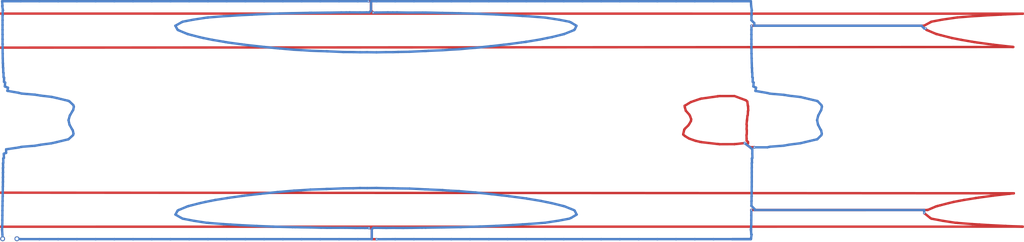
<source format=kicad_pcb>
(kicad_pcb (version 20240108) (generator "pcbnew") (generator_version "8.0")
  (layers (0 "F.Cu" signal) (31 "B.Cu" signal) (34 "B.Paste" user) (35 "F.Paste" user) (36 "B.SilkS" user "B.Silkscreen") (37 "F.SilkS" user "F.Silkscreen") (38 "B.Mask" user) (39 "F.Mask" user) (44 "Edge.Cuts" user))
  (net 0 "")
  (footprint "Connector:Banana_Jack_2Pin" (layer "F.Cu") (at -1560.9316 249.2248)
    (property "Reference" "REF**")
    (property "Value" "Banana_Jack_2Pin")
  )
  (segment (start -128.33 -20.276) (end -130.06 -26.52) (width 5) (layer "F.Cu") (net 0))
  (segment (start 691.34 226.1621) (end 688.89 226.15) (width 5) (layer "F.Cu") (net 0))
  (segment (start 2.1844 45.7708) (end 2.1844 48.6156) (width 5) (layer "F.Cu") (net 0))
  (segment (start -116.96 -2.013) (end -119.2 -8.32) (width 5) (layer "F.Cu") (net 0))
  (segment (start 991.6 151.2941) (end 1001.74 151.89) (width 5) (layer "F.Cu") (net 0))
  (segment (start 655.33 145.8353) (end 688.14 144.77) (width 5) (layer "F.Cu") (net 0))
  (segment (start 441.03 -215.8483) (end 472.98 -218.39) (width 5) (layer "F.Cu") (net 0))
  (segment (start -121.39 38.6485) (end -130.06 33.31) (width 5) (layer "F.Cu") (net 0))
  (segment (start 1208.66 -189.7655) (end 1207.66 -189.07) (width 5) (layer "F.Cu") (net 0))
  (segment (start 1001.74 151.8909) (end 1033.61 155.34) (width 5) (layer "F.Cu") (net 0))
  (segment (start -0.2 21.1595) (end -0.33 28.82) (width 5) (layer "F.Cu") (net 0))
  (segment (start 1201.91 -205.2331) (end 1212.36 -198.37) (width 5) (layer "F.Cu") (net 0))
  (segment (start 634.96 -147.2488) (end 620.69 -148.01) (width 5) (layer "F.Cu") (net 0))
  (segment (start 396.79 181.16) (end 378.98 188.7058) (width 5) (layer "F.Cu") (net 0))
  (segment (start 379.0026 188.7058) (end 379.0188 188.722) (width 5) (layer "F.Cu") (net 0))
  (segment (start -61.55 50.1003) (end -95.42 46.18) (width 5) (layer "F.Cu") (net 0))
  (segment (start 1212.79 198.3704) (end 1212.3928 198.5772) (width 5) (layer "F.Cu") (net 0))
  (segment (start 838.72 143.3453) (end 863.18 143.65) (width 5) (layer "F.Cu") (net 0))
  (segment (start -98.79 -44.5553) (end -96.33 -45.12) (width 5) (layer "F.Cu") (net 0))
  (segment (start 656.75 -225.5398) (end 691.11 -226) (width 5) (layer "F.Cu") (net 0))
  (segment (start 551.41 154.5533) (end 559.75 153.65) (width 5) (layer "F.Cu") (net 0))
  (segment (start 932.46 146.8878) (end 945.12 147.96) (width 5) (layer "F.Cu") (net 0))
  (segment (start 379 -188.7127) (end 376.36 -189.77) (width 5) (layer "F.Cu") (net 0))
  (segment (start 971.59 224.6592) (end 969.35 224.69) (width 5) (layer "F.Cu") (net 0))
  (segment (start 371.03 -198.3704) (end 384.5 -205.6) (width 5) (layer "F.Cu") (net 0))
  (segment (start 1187.88 -181.1606) (end 1187.18 -180.87) (width 5) (layer "F.Cu") (net 0))
  (segment (start 511.25 159.291) (end 516.77 158.54) (width 5) (layer "F.Cu") (net 0))
  (segment (start 759.26 142.6024) (end 773.68 142.72) (width 5) (layer "F.Cu") (net 0))
  (segment (start 9.2964 188.8236) (end 9.144 188.8236) (width 5) (layer "F.Cu") (net 0))
  (segment (start 793.9 -142.5434) (end 773.25 -142.78) (width 5) (layer "F.Cu") (net 0))
  (segment (start 995.05 -224.0117) (end 1008.72 -223.58) (width 5) (layer "F.Cu") (net 0))
  (segment (start 1108.53 164.6586) (end 1109.52 164.89) (width 5) (layer "F.Cu") (net 0))
  (segment (start -121.34 8.6414) (end -117.44 1.94) (width 5) (layer "F.Cu") (net 0))
  (segment (start 2.67 -20.7712) (end 2.16 -19.16) (width 5) (layer "F.Cu") (net 0))
  (segment (start -130.06 -30.5564) (end -117.59 -38.08) (width 5) (layer "F.Cu") (net 0))
  (segment (start 894.83 -145.3732) (end 863.18 -143.74) (width 5) (layer "F.Cu") (net 0))
  (segment (start 1210.59 191.85) (end 1560.4528 191.85) (width 5) (layer "F.Cu") (net 0))
  (segment (start -5.03 48.1724) (end -26.14 50.45) (width 5) (layer "F.Cu") (net 0))
  (segment (start 965.84 -224.6997) (end 970.21 -224.64) (width 5) (layer "F.Cu") (net 0))
  (segment (start -788.3144 -230.632) (end -788.3144 -230.886) (width 5) (layer "F.Cu") (net 0))
  (segment (start 2.36 -29.1876) (end 2.67 -20.77) (width 5) (layer "F.Cu") (net 0))
  (segment (start 429.67 -172.7076) (end 424.13 -174.1) (width 5) (layer "F.Cu") (net 0))
  (segment (start -0.01 1.1331) (end -0.84 8.75) (width 5) (layer "F.Cu") (net 0))
  (segment (start 376.36 -189.7655) (end 374.904 -192.5828) (width 5) (layer "F.Cu") (net 0))
  (segment (start -95.42 -45.3108) (end -61.68 -50.12) (width 5) (layer "F.Cu") (net 0))
  (segment (start 653.22 -225.4977) (end 656.75 -225.54) (width 5) (layer "F.Cu") (net 0))
  (segment (start 1044.13 -222.1448) (end 1054.73 -221.55) (width 5) (layer "F.Cu") (net 0))
  (segment (start 1072.2 159.7738) (end 1107.62 164.49) (width 5) (layer "F.Cu") (net 0))
  (segment (start 692.25 144.6153) (end 724.62 143.25) (width 5) (layer "F.Cu") (net 0))
  (segment (start 849.57 226.4838) (end 828.48 226.35) (width 5) (layer "F.Cu") (net 0))
  (segment (start -131.33 19.8335) (end -130.06 17.88) (width 5) (layer "F.Cu") (net 0))
  (segment (start 542.63 222.3176) (end 532.83 221.78) (width 5) (layer "F.Cu") (net 0))
  (segment (start 1036.39 -155.6735) (end 1033.06 -155.41) (width 5) (layer "F.Cu") (net 0))
  (segment (start 859.74 -226.058) (end 890.03 -226.18) (width 5) (layer "F.Cu") (net 0))
  (segment (start 1162.03 174.5508) (end 1183.38 179.87) (width 5) (layer "F.Cu") (net 0))
  (segment (start 655.33 -145.8911) (end 634.96 -147.25) (width 5) (layer "F.Cu") (net 0))
  (segment (start -95.42 46.1824) (end -98.89 45.46) (width 5) (layer "F.Cu") (net 0))
  (segment (start 902.07 -145.7198) (end 897.82 -145.45) (width 5) (layer "F.Cu") (net 0))
  (segment (start 590.2 150.6877) (end 620.69 147.99) (width 5) (layer "F.Cu") (net 0))
  (segment (start 1152.65 172.8112) (end 1162.03 174.55) (width 5) (layer "F.Cu") (net 0))
  (segment (start 551.41 -154.6206) (end 549.87 -154.8) (width 5) (layer "F.Cu") (net 0))
  (segment (start -788.3144 -249.9868) (end -788.2636 -250.0376) (width 5) (layer "F.Cu") (net 0))
  (segment (start 945.12 147.9629) (end 967.1 149.04) (width 5) (layer "F.Cu") (net 0))
  (segment (start 615.65 -224.8083) (end 618.58 -224.85) (width 5) (layer "F.Cu") (net 0))
  (segment (start 759.26 -142.6529) (end 744.33 -143.04) (width 5) (layer "F.Cu") (net 0))
  (segment (start 1.91 -30.8736) (end 2.36 -29.19) (width 5) (layer "F.Cu") (net 0))
  (segment (start 1079.23 220.3756) (end 1054.57 221.62) (width 5) (layer "F.Cu") (net 0))
  (segment (start -783.7424 -226.06) (end -788.3144 -230.632) (width 5) (layer "F.Cu") (net 0))
  (segment (start 1079.17 -220.3526) (end 1099.71 -219.02) (width 5) (layer "F.Cu") (net 0))
  (segment (start -117.59 -38.0803) (end -98.79 -44.56) (width 5) (layer "F.Cu") (net 0))
  (segment (start -96.33 -45.1188) (end -95.42 -45.31) (width 5) (layer "F.Cu") (net 0))
  (segment (start 399.5 180.4671) (end 405.01 179.03) (width 5) (layer "F.Cu") (net 0))
  (segment (start 1109.52 164.895) (end 1138.02 169.62) (width 5) (layer "F.Cu") (net 0))
  (segment (start 1036.39 155.5648) (end 1055.62 157.99) (width 5) (layer "F.Cu") (net 0))
  (segment (start 1560.6776 47.6504) (end 1560.6776 47.6504) (width 5) (layer "F.Cu") (net 0))
  (segment (start 1212.3928 198.5772) (end 1202.1 205.31) (width 5) (layer "F.Cu") (net 0))
  (segment (start 1161.86 -174.6235) (end 1151.35 -172.7) (width 5) (layer "F.Cu") (net 0))
  (segment (start 399.51 -180.4689) (end 396.81 -181.16) (width 5) (layer "F.Cu") (net 0))
  (segment (start -0.77 18.7624) (end -0.2 21.16) (width 5) (layer "F.Cu") (net 0))
  (segment (start 728 226.0876) (end 696.19 226.23) (width 5) (layer "F.Cu") (net 0))
  (segment (start 1071.03 -159.601) (end 1057.85 -158.3) (width 5) (layer "F.Cu") (net 0))
  (segment (start 532.83 221.7799) (end 507.3 220.54) (width 5) (layer "F.Cu") (net 0))
  (segment (start 889.18 225.9722) (end 865.8 226.36) (width 5) (layer "F.Cu") (net 0))
  (segment (start 511.62 -159.2474) (end 482.34 -163.27) (width 5) (layer "F.Cu") (net 0))
  (segment (start 897.82 -145.4451) (end 894.83 -145.37) (width 5) (layer "F.Cu") (net 0))
  (segment (start 532.82 -221.7752) (end 542.66 -222.3) (width 5) (layer "F.Cu") (net 0))
  (segment (start 1054.73 -221.5534) (end 1079.17 -220.35) (width 5) (layer "F.Cu") (net 0))
  (segment (start 967.1 149.042) (end 991.6 151.29) (width 5) (layer "F.Cu") (net 0))
  (segment (start -98.89 45.4587) (end -108.28 43.26) (width 5) (layer "F.Cu") (net 0))
  (segment (start 1151.35 -172.7031) (end 1136.6 -169.49) (width 5) (layer "F.Cu") (net 0))
  (segment (start 441.16 215.9093) (end 439.88 215.82) (width 5) (layer "F.Cu") (net 0))
  (segment (start 516.77 -158.5558) (end 511.62 -159.25) (width 5) (layer "F.Cu") (net 0))
  (segment (start -0.7 38.77) (end -0.7 42.8864) (width 5) (layer "F.Cu") (net 0))
  (segment (start 1011.31 223.4938) (end 1008.63 223.61) (width 5) (layer "F.Cu") (net 0))
  (segment (start 865.8 226.3583) (end 857.6 226.39) (width 5) (layer "F.Cu") (net 0))
  (segment (start 576.6 223.6536) (end 542.63 222.32) (width 5) (layer "F.Cu") (net 0))
  (segment (start -130.06 33.3127) (end -133.37 30.44) (width 5) (layer "F.Cu") (net 0))
  (segment (start 0.21 -1.1039) (end -0.01 1.13) (width 5) (layer "F.Cu") (net 0))
  (segment (start 759.48 -226.3857) (end 772.01 -226.51) (width 5) (layer "F.Cu") (net 0))
  (segment (start 477.85 -163.9845) (end 471.65 -164.95) (width 5) (layer "F.Cu") (net 0))
  (segment (start 967.1 -149.0027) (end 945.23 -147.95) (width 5) (layer "F.Cu") (net 0))
  (segment (start 1207.66 -189.0708) (end 1187.88 -181.16) (width 5) (layer "F.Cu") (net 0))
  (segment (start 718.95 -226.402) (end 730.3 -226.44) (width 5) (layer "F.Cu") (net 0))
  (segment (start 1187.25 180.7825) (end 1188.19 181.16) (width 5) (layer "F.Cu") (net 0))
  (segment (start 578.66 223.7427) (end 576.6 223.65) (width 5) (layer "F.Cu") (net 0))
  (segment (start 437.02 215.5803) (end 410.27 211.44) (width 5) (layer "F.Cu") (net 0))
  (segment (start 1.78 -10.8905) (end 1.02 -9.01) (width 5) (layer "F.Cu") (net 0))
  (segment (start 405.01 179.0293) (end 422.43 174.48) (width 5) (layer "F.Cu") (net 0))
  (segment (start 812.94 -142.9487) (end 793.9 -142.54) (width 5) (layer "F.Cu") (net 0))
  (segment (start 1033.61 155.3436) (end 1036.39 155.56) (width 5) (layer "F.Cu") (net 0))
  (segment (start 1147.42 -215.6277) (end 1147.81 -215.58) (width 5) (layer "F.Cu") (net 0))
  (segment (start -0.92 31.2579) (end -0.7 38.77) (width 5) (layer "F.Cu") (net 0))
  (segment (start 433.39 171.8769) (end 447.32 169.12) (width 5) (layer "F.Cu") (net 0))
  (segment (start 9.144 188.976) (end 9.2964 188.8236) (width 5) (layer "F.Cu") (net 0))
  (segment (start 1107.61 -164.5629) (end 1107.45 -164.55) (width 5) (layer "F.Cu") (net 0))
  (segment (start 507.31 -220.5378) (end 532.82 -221.78) (width 5) (layer "F.Cu") (net 0))
  (segment (start 1113.64 -218.22) (end 1147.16 -215.65) (width 5) (layer "F.Cu") (net 0))
  (segment (start -0.7 42.8864) (end 2.1844 45.7708) (width 5) (layer "F.Cu") (net 0))
  (segment (start 1188.19 181.1606) (end 1207.85 188.98) (width 5) (layer "F.Cu") (net 0))
  (segment (start 589.14 -224.1852) (end 615.65 -224.81) (width 5) (layer "F.Cu") (net 0))
  (segment (start 1184 -180.1193) (end 1161.86 -174.62) (width 5) (layer "F.Cu") (net 0))
  (segment (start 989.2 224.1852) (end 971.59 224.66) (width 5) (layer "F.Cu") (net 0))
  (segment (start 730.3 -226.4399) (end 737.13 -226.53) (width 5) (layer "F.Cu") (net 0))
  (segment (start 744.32 143.0345) (end 759.26 142.6) (width 5) (layer "F.Cu") (net 0))
  (segment (start 930.59 225.4248) (end 896.52 225.94) (width 5) (layer "F.Cu") (net 0))
  (segment (start 895.63 145.272) (end 897.82 145.32) (width 5) (layer "F.Cu") (net 0))
  (segment (start 816.84 -226.5149) (end 828.02 -226.42) (width 5) (layer "F.Cu") (net 0))
  (segment (start -60.78 50.2114) (end -61.55 50.1) (width 5) (layer "F.Cu") (net 0))
  (segment (start 586.05 151.022) (end 590.2 150.69) (width 5) (layer "F.Cu") (net 0))
  (segment (start 935.4 225.3631) (end 930.59 225.42) (width 5) (layer "F.Cu") (net 0))
  (segment (start 1033.06 -155.4122) (end 1001.74 -152.04) (width 5) (layer "F.Cu") (net 0))
  (segment (start 447.32 169.1236) (end 455.73 167.62) (width 5) (layer "F.Cu") (net 0))
  (segment (start 836.7 -226.4658) (end 859.74 -226.06) (width 5) (layer "F.Cu") (net 0))
  (segment (start 692.24 -144.6171) (end 689.98 -144.69) (width 5) (layer "F.Cu") (net 0))
  (segment (start 772.01 -226.5056) (end 793.9 -226.24) (width 5) (layer "F.Cu") (net 0))
  (segment (start 1207.85 188.9765) (end 1209 189.77) (width 5) (layer "F.Cu") (net 0))
  (segment (start 590.35 -150.7119) (end 586.05 -151.06) (width 5) (layer "F.Cu") (net 0))
  (segment (start 1197.54 206.9754) (end 1176 211.17) (width 5) (layer "F.Cu") (net 0))
  (segment (start 422.43 174.4824) (end 433.39 171.88) (width 5) (layer "F.Cu") (net 0))
  (segment (start 15.3416 56.7944) (end 15.5448 56.9976) (width 5) (layer "F.Cu") (net 0))
  (segment (start 969.35 224.693) (end 935.4 225.36) (width 5) (layer "F.Cu") (net 0))
  (segment (start 932.35 -225.3191) (end 951.53 -225.03) (width 5) (layer "F.Cu") (net 0))
  (segment (start 773.25 -142.7804) (end 759.26 -142.65) (width 5) (layer "F.Cu") (net 0))
  (segment (start 578.73 -223.7941) (end 589.14 -224.19) (width 5) (layer "F.Cu") (net 0))
  (segment (start 724.62 -143.1894) (end 692.24 -144.62) (width 5) (layer "F.Cu") (net 0))
  (segment (start 970.21 -224.6374) (end 995.05 -224.01) (width 5) (layer "F.Cu") (net 0))
  (segment (start 386.86 206.9754) (end 384.54 205.58) (width 5) (layer "F.Cu") (net 0))
  (segment (start 617.86 224.7521) (end 586.07 224.05) (width 5) (layer "F.Cu") (net 0))
  (segment (start 759.77 226.4328) (end 749.27 226.48) (width 5) (layer "F.Cu") (net 0))
  (segment (start -130.06 17.8751) (end -123.05 11.1) (width 5) (layer "F.Cu") (net 0))
  (segment (start 744.33 -143.037) (end 724.62 -143.19) (width 5) (layer "F.Cu") (net 0))
  (segment (start 991.12 -151.3578) (end 967.1 -149) (width 5) (layer "F.Cu") (net 0))
  (segment (start 945.23 -147.9457) (end 932.46 -146.88) (width 5) (layer "F.Cu") (net 0))
  (segment (start -0.25 11.1665) (end -0.77 18.76) (width 5) (layer "F.Cu") (net 0))
  (segment (start 1212.36 -198.3704) (end 1210.04 -191.59) (width 5) (layer "F.Cu") (net 0))
  (segment (start 689.98 -144.688) (end 688.19 -144.78) (width 5) (layer "F.Cu") (net 0))
  (segment (start 901.03 145.5467) (end 932.46 146.89) (width 5) (layer "F.Cu") (net 0))
  (segment (start 1560.4528 191.85) (end 1560.6776 191.8716) (width 5) (layer "F.Cu") (net 0))
  (segment (start -788.2636 -250.0376) (end -793.9532 -250.0376) (width 5) (layer "F.Cu") (net 0))
  (segment (start -786.7396 250.0884) (end -776.5796 250.0884) (width 5) (layer "F.Cu") (net 0))
  (segment (start 487.78 219.2726) (end 472.93 218.41) (width 5) (layer "F.Cu") (net 0))
  (segment (start 1183.38 179.8697) (end 1187.25 180.78) (width 5) (layer "F.Cu") (net 0))
  (segment (start 688.14 144.7696) (end 689.98 144.68) (width 5) (layer "F.Cu") (net 0))
  (segment (start -0.33 28.823) (end -0.92 31.26) (width 5) (layer "F.Cu") (net 0))
  (segment (start -61.68 -50.1182) (end -60.78 -50.27) (width 5) (layer "F.Cu") (net 0))
  (segment (start 1202.1 205.3086) (end 1197.54 206.98) (width 5) (layer "F.Cu") (net 0))
  (segment (start 516.77 158.5405) (end 549.6 154.77) (width 5) (layer "F.Cu") (net 0))
  (segment (start 410.35 -211.4016) (end 441.03 -215.8483) (width 5) (layer "F.Cu") (net 0))
  (segment (start -133.37 30.4382) (end -133.72 29.52) (width 5) (layer "F.Cu") (net 0))
  (segment (start 828.54 142.9434) (end 838.72 143.35) (width 5) (layer "F.Cu") (net 0))
  (segment (start 2.1844 48.6156) (end -0.5588 51.3588) (width 5) (layer "F.Cu") (net 0))
  (segment (start -0.5588 51.3588) (end 6.4516 56.7944) (width 5) (layer "F.Cu") (net 0))
  (segment (start -793.9532 -250.0376) (end -794.0548 -250.0376) (width 5) (layer "F.Cu") (net 0))
  (segment (start 907.21 -225.9599) (end 932.35 -225.32) (width 5) (layer "F.Cu") (net 0))
  (segment (start 1107.62 164.4868) (end 1108.53 164.66) (width 5) (layer "F.Cu") (net 0))
  (segment (start -788.3144 -230.886) (end -788.3144 -249.9868) (width 5) (layer "F.Cu") (net 0))
  (segment (start 1011.38 -223.4605) (end 1044.13 -222.14) (width 5) (layer "F.Cu") (net 0))
  (segment (start 688.89 226.1478) (end 676.9 226) (width 5) (layer "F.Cu") (net 0))
  (segment (start 737.13 -226.5322) (end 759.48 -226.39) (width 5) (layer "F.Cu") (net 0))
  (segment (start -131.56 20.1972) (end -131.33 19.83) (width 5) (layer "F.Cu") (net 0))
  (segment (start 1197.27 -206.9754) (end 1201.91 -205.23) (width 5) (layer "F.Cu") (net 0))
  (segment (start 472.93 218.413) (end 441.16 215.91) (width 5) (layer "F.Cu") (net 0))
  (segment (start 586.05 -151.0567) (end 558.6 -153.83) (width 5) (layer "F.Cu") (net 0))
  (segment (start -130.06 -26.5153) (end -130.73 -29.91) (width 5) (layer "F.Cu") (net 0))
  (segment (start 773.68 142.7163) (end 793.9 142.47) (width 5) (layer "F.Cu") (net 0))
  (segment (start 896.52 225.9368) (end 889.18 225.97) (width 5) (layer "F.Cu") (net 0))
  (segment (start 1107.85 -164.6062) (end 1107.61 -164.56) (width 5) (layer "F.Cu") (net 0))
  (segment (start 378.98 188.7058) (end 379.0026 188.7058) (width 5) (layer "F.Cu") (net 0))
  (segment (start 863.18 -143.7411) (end 838.47 -143.38) (width 5) (layer "F.Cu") (net 0))
  (segment (start 386.83 -206.9754) (end 410.35 -211.4) (width 5) (layer "F.Cu") (net 0))
  (segment (start 384.54 205.5833) (end 371.6528 195.2244) (width 5) (layer "F.Cu") (net 0))
  (segment (start -133.72 29.5154) (end -131.56 20.2) (width 5) (layer "F.Cu") (net 0))
  (segment (start 688.19 -144.7754) (end 655.33 -145.89) (width 5) (layer "F.Cu") (net 0))
  (segment (start 472.98 -218.3901) (end 487.74 -219.26) (width 5) (layer "F.Cu") (net 0))
  (segment (start 371.6528 195.2244) (end 371.6528 195.2752) (width 5) (layer "F.Cu") (net 0))
  (segment (start 374.904 -192.5828) (end 375.01 -192.5) (width 5) (layer "F.Cu") (net 0))
  (segment (start 838.47 -143.3844) (end 828.54 -142.96) (width 5) (layer "F.Cu") (net 0))
  (segment (start 1113.55 218.1769) (end 1099.78 218.99) (width 5) (layer "F.Cu") (net 0))
  (segment (start 507.3 220.5382) (end 487.78 219.27) (width 5) (layer "F.Cu") (net 0))
  (segment (start 1560.7792 47.6504) (end 1560.7792 47.752) (width 5) (layer "F.Cu") (net 0))
  (segment (start 813.43 226.4751) (end 793.9 226.23) (width 5) (layer "F.Cu") (net 0))
  (segment (start 406.94 -178.5003) (end 399.51 -180.47) (width 5) (layer "F.Cu") (net 0))
  (segment (start 691.11 -225.9969) (end 698.07 -226.02) (width 5) (layer "F.Cu") (net 0))
  (segment (start 379.0188 188.722) (end 9.144 188.8236) (width 5) (layer "F.Cu") (net 0))
  (segment (start 863.18 143.646) (end 895.63 145.27) (width 5) (layer "F.Cu") (net 0))
  (segment (start 1071.03 159.5664) (end 1072.2 159.77) (width 5) (layer "F.Cu") (net 0))
  (segment (start 1099.78 218.9927) (end 1079.23 220.38) (width 5) (layer "F.Cu") (net 0))
  (segment (start 1107.45 -164.5452) (end 1102.61 -163.99) (width 5) (layer "F.Cu") (net 0))
  (segment (start 1209 189.7655) (end 1210.59 191.85) (width 5) (layer "F.Cu") (net 0))
  (segment (start 1147.39 215.5482) (end 1147.29 215.57) (width 5) (layer "F.Cu") (net 0))
  (segment (start -60.78 -50.2707) (end -56.7 -50.65) (width 5) (layer "F.Cu") (net 0))
  (segment (start 1147.29 215.565) (end 1147.14 215.58) (width 5) (layer "F.Cu") (net 0))
  (segment (start 1054.57 221.624) (end 1044.27 222.2) (width 5) (layer "F.Cu") (net 0))
  (segment (start 898.59 -226.0986) (end 907.21 -225.96) (width 5) (layer "F.Cu") (net 0))
  (segment (start 384.5 -205.598) (end 386.83 -206.98) (width 5) (layer "F.Cu") (net 0))
  (segment (start 549.6 154.7706) (end 551.41 154.55) (width 5) (layer "F.Cu") (net 0))
  (segment (start 485.87 162.7845) (end 511.25 159.29) (width 5) (layer "F.Cu") (net 0))
  (segment (start 793.9 -226.2428) (end 816.84 -226.51) (width 5) (layer "F.Cu") (net 0))
  (segment (start 424.13 -174.0999) (end 406.94 -178.5) (width 5) (layer "F.Cu") (net 0))
  (segment (start 455.73 167.6159) (end 479.58 163.74) (width 5) (layer "F.Cu") (net 0))
  (segment (start 1057.85 -158.3025) (end 1036.39 -155.67) (width 5) (layer "F.Cu") (net 0))
  (segment (start 951.53 -225.0319) (end 965.84 -224.7) (width 5) (layer "F.Cu") (net 0))
  (segment (start 618.58 -224.8509) (end 653.22 -225.5) (width 5) (layer "F.Cu") (net 0))
  (segment (start 410.27 211.4379) (end 386.86 206.98) (width 5) (layer "F.Cu") (net 0))
  (segment (start 1008.63 223.613) (end 989.2 224.19) (width 5) (layer "F.Cu") (net 0))
  (segment (start 471.65 -164.954) (end 449.26 -168.86) (width 5) (layer "F.Cu") (net 0))
  (segment (start 2.16 -19.1601) (end 1.78 -10.89) (width 5) (layer "F.Cu") (net 0))
  (segment (start -120.73 -11.4516) (end -128.01 -19.67) (width 5) (layer "F.Cu") (net 0))
  (segment (start 1001.74 -152.0437) (end 991.12 -151.36) (width 5) (layer "F.Cu") (net 0))
  (segment (start 1008.72 -223.5829) (end 1011.38 -223.46) (width 5) (layer "F.Cu") (net 0))
  (segment (start -56.7 -50.6489) (end -26.14 -50.68) (width 5) (layer "F.Cu") (net 0))
  (segment (start 1176 211.1701) (end 1147.39 215.55) (width 5) (layer "F.Cu") (net 0))
  (segment (start -1.8178 -41.6178) (end 0.82 -38.98) (width 5) (layer "F.Cu") (net 0))
  (segment (start 9.6012 -198.4756) (end 9.5504 -198.5264) (width 5) (layer "F.Cu") (net 0))
  (segment (start 1136.6 -169.4854) (end 1107.85 -164.61) (width 5) (layer "F.Cu") (net 0))
  (segment (start 698.07 -226.0239) (end 718.95 -226.4) (width 5) (layer "F.Cu") (net 0))
  (segment (start -123.05 11.0982) (end -121.34 8.64) (width 5) (layer "F.Cu") (net 0))
  (segment (start 0.82 -38.98) (end 1.91 -30.87) (width 5) (layer "F.Cu") (net 0))
  (segment (start 558.6 -153.829) (end 551.41 -154.62) (width 5) (layer "F.Cu") (net 0))
  (segment (start -119.2 -8.3198) (end -120.73 -11.45) (width 5) (layer "F.Cu") (net 0))
  (segment (start 724.62 143.2485) (end 744.32 143.03) (width 5) (layer "F.Cu") (net 0))
  (segment (start 371.03 -198.4624) (end 371.0432 -198.4756) (width 5) (layer "F.Cu") (net 0))
  (segment (start 1147.14 215.5803) (end 1113.55 218.18) (width 5) (layer "F.Cu") (net 0))
  (segment (start 576.72 -223.7018) (end 578.73 -223.79) (width 5) (layer "F.Cu") (net 0))
  (segment (start 449.26 -168.8554) (end 429.67 -172.71) (width 5) (layer "F.Cu") (net 0))
  (segment (start 542.66 -222.3031) (end 576.72 -223.7) (width 5) (layer "F.Cu") (net 0))
  (segment (start 793.9 226.23) (end 768.61 226.52) (width 5) (layer "F.Cu") (net 0))
  (segment (start 857.6 226.392) (end 849.57 226.48) (width 5) (layer "F.Cu") (net 0))
  (segment (start 1560.6776 191.8716) (end 1560.6776 47.6504) (width 5) (layer "F.Cu") (net 0))
  (segment (start 828.48 226.3465) (end 813.43 226.48) (width 5) (layer "F.Cu") (net 0))
  (segment (start 768.61 226.5218) (end 759.77 226.43) (width 5) (layer "F.Cu") (net 0))
  (segment (start 896.42 -226.113) (end 898.59 -226.1) (width 5) (layer "F.Cu") (net 0))
  (segment (start 549.87 -154.8046) (end 516.77 -158.56) (width 5) (layer "F.Cu") (net 0))
  (segment (start 932.46 -146.884) (end 902.07 -145.72) (width 5) (layer "F.Cu") (net 0))
  (segment (start 655.42 225.4169) (end 635.98 225.18) (width 5) (layer "F.Cu") (net 0))
  (segment (start -57.43 50.5346) (end -60.78 50.21) (width 5) (layer "F.Cu") (net 0))
  (segment (start 1560.7792 47.752) (end 1560.6268 47.5996) (width 5) (layer "F.Cu") (net 0))
  (segment (start 9.144 188.8236) (end 9.144 188.976) (width 5) (layer "F.Cu") (net 0))
  (segment (start -26.14 50.45) (end -57.43 50.53) (width 5) (layer "F.Cu") (net 0))
  (segment (start 793.9 142.4703) (end 812.62 142.9) (width 5) (layer "F.Cu") (net 0))
  (segment (start 1138.02 169.6152) (end 1152.65 172.81) (width 5) (layer "F.Cu") (net 0))
  (segment (start 676.9 226.0043) (end 655.42 225.42) (width 5) (layer "F.Cu") (net 0))
  (segment (start -130.67 -30.0797) (end -130.06 -30.56) (width 5) (layer "F.Cu") (net 0))
  (segment (start 1147.16 -215.6457) (end 1147.42 -215.63) (width 5) (layer "F.Cu") (net 0))
  (segment (start 634.8 147.2255) (end 655.33 145.84) (width 5) (layer "F.Cu") (net 0))
  (segment (start 371.0432 -198.4756) (end 9.6012 -198.4756) (width 5) (layer "F.Cu") (net 0))
  (segment (start 1099.71 -219.0208) (end 1113.64 -218.22) (width 5) (layer "F.Cu") (net 0))
  (segment (start 828.54 -142.96) (end 812.94 -142.95) (width 5) (layer "F.Cu") (net 0))
  (segment (start 1072.08 -159.7894) (end 1071.03 -159.6) (width 5) (layer "F.Cu") (net 0))
  (segment (start 479.58 163.7373) (end 485.87 162.78) (width 5) (layer "F.Cu") (net 0))
  (segment (start 487.74 -219.2573) (end 507.31 -220.54) (width 5) (layer "F.Cu") (net 0))
  (segment (start -0.84 8.7537) (end -0.25 11.17) (width 5) (layer "F.Cu") (net 0))
  (segment (start 1102.61 -163.991) (end 1072.08 -159.79) (width 5) (layer "F.Cu") (net 0))
  (segment (start -128.01 -19.6721) (end -128.33 -20.28) (width 5) (layer "F.Cu") (net 0))
  (segment (start 482.34 -163.2747) (end 477.85 -163.98) (width 5) (layer "F.Cu") (net 0))
  (segment (start 1.02 -9.0067) (end 0.21 -1.1) (width 5) (layer "F.Cu") (net 0))
  (segment (start 1187.18 -180.8735) (end 1184 -180.12) (width 5) (layer "F.Cu") (net 0))
  (segment (start 828.02 -226.42) (end 836.7 -226.47) (width 5) (layer "F.Cu") (net 0))
  (segment (start 371.03 -198.3704) (end 371.03 -198.4624) (width 5) (layer "F.Cu") (net 0))
  (segment (start 897.82 145.3239) (end 901.03 145.55) (width 5) (layer "F.Cu") (net 0))
  (segment (start 396.79 181.1606) (end 399.5 180.47) (width 5) (layer "F.Cu") (net 0))
  (segment (start 890.03 -226.1771) (end 896.42 -226.11) (width 5) (layer "F.Cu") (net 0))
  (segment (start 812.62 142.9027) (end 828.54 142.94) (width 5) (layer "F.Cu") (net 0))
  (segment (start 620.69 -148.0074) (end 590.35 -150.71) (width 5) (layer "F.Cu") (net 0))
  (segment (start 635.98 225.1796) (end 623.13 224.82) (width 5) (layer "F.Cu") (net 0))
  (segment (start 1147.81 -215.5803) (end 1176.05 -211.19) (width 5) (layer "F.Cu") (net 0))
  (segment (start 1055.62 157.9944) (end 1071.03 159.57) (width 5) (layer "F.Cu") (net 0))
  (segment (start 696.19 226.2276) (end 691.34 226.16) (width 5) (layer "F.Cu") (net 0))
  (segment (start -786.7396 229.616) (end -786.7396 250.0884) (width 5) (layer "F.Cu") (net 0))
  (segment (start -26.14 -50.68) (end -1.8178 -41.6178) (width 5) (layer "F.Cu") (net 0))
  (segment (start -789.8384 226.5172) (end -786.7396 229.616) (width 5) (layer "F.Cu") (net 0))
  (segment (start 1210.04 -191.5896) (end 1208.66 -189.77) (width 5) (layer "F.Cu") (net 0))
  (segment (start 1560.6776 47.6504) (end 1560.7792 47.6504) (width 5) (layer "F.Cu") (net 0))
  (segment (start -130.73 -29.912) (end -130.67 -30.08) (width 5) (layer "F.Cu") (net 0))
  (segment (start 559.75 153.6501) (end 586.05 151.02) (width 5) (layer "F.Cu") (net 0))
  (segment (start 439.88 215.8182) (end 437.02 215.58) (width 5) (layer "F.Cu") (net 0))
  (segment (start 396.81 -181.1606) (end 379 -188.71) (width 5) (layer "F.Cu") (net 0))
  (segment (start -117.44 1.9419) (end -116.96 -2.01) (width 5) (layer "F.Cu") (net 0))
  (segment (start 1176.05 -211.1914) (end 1197.27 -206.98) (width 5) (layer "F.Cu") (net 0))
  (segment (start 1044.27 222.2017) (end 1011.31 223.49) (width 5) (layer "F.Cu") (net 0))
  (segment (start 689.98 144.6818) (end 692.25 144.62) (width 5) (layer "F.Cu") (net 0))
  (segment (start -108.28 43.2597) (end -121.39 38.65) (width 5) (layer "F.Cu") (net 0))
  (segment (start 623.13 224.8197) (end 617.86 224.75) (width 5) (layer "F.Cu") (net 0))
  (segment (start 749.27 226.4821) (end 728 226.09) (width 5) (layer "F.Cu") (net 0))
  (segment (start -792.5816 226.5172) (end -789.8384 226.5172) (width 5) (layer "F.Cu") (net 0))
  (segment (start 620.69 147.9899) (end 634.8 147.23) (width 5) (layer "F.Cu") (net 0))
  (segment (start 6.4516 56.7944) (end 15.3416 56.7944) (width 5) (layer "F.Cu") (net 0))
  (segment (start 586.07 224.0511) (end 578.66 223.74) (width 5) (layer "F.Cu") (net 0))
  (via (at 9.6012 -198.374) (size 4) (drill 2) (layers "F.Cu" "B.Cu") (net 0))
  (via (at 9.144 188.8236) (size 4) (drill 2) (layers "F.Cu" "B.Cu") (net 0))
  (via (at -4.826 48.2092) (size 4) (drill 2) (layers "F.Cu" "B.Cu") (net 0))
  (via (at -792.5816 226.5172) (size 4) (drill 2) (layers "F.Cu" "B.Cu") (net 0))
  (via (at -776.3764 250.1392) (size 4) (drill 2) (layers "F.Cu" "B.Cu") (net 0))
  (via (at -793.9532 -250.0376) (size 4) (drill 2) (layers "F.Cu" "B.Cu") (net 0))
  (via (at 15.6972 56.9976) (size 4) (drill 2) (layers "F.Cu" "B.Cu") (net 0))
  (via (at -783.7424 -226.06) (size 4) (drill 2) (layers "F.Cu" "B.Cu") (net 0))
  (via (at 1212.3928 198.5772) (size 4) (drill 2) (layers "F.Cu" "B.Cu") (net 0))
  (via (at 371.6528 195.2244) (size 4) (drill 2) (layers "F.Cu" "B.Cu") (net 0))
  (via (at 374.904 -192.5828) (size 4) (drill 2) (layers "F.Cu" "B.Cu") (net 0))
  (via (at 1560.6776 47.6504) (size 4) (drill 2) (layers "F.Cu" "B.Cu") (net 0))
  (segment (start 1453.66 2.122) (end 1450.3 8.39) (width 5) (layer "B.Cu") (net 0))
  (segment (start 1509.58 -50.0521) (end 1475.37 -45.21) (width 5) (layer "B.Cu") (net 0))
  (segment (start -618.21 -225.0226) (end -638.45 -225.31) (width 5) (layer "B.Cu") (net 0))
  (segment (start -394.47 -211.1791) (end -423.02 -215.58) (width 5) (layer "B.Cu") (net 0))
  (segment (start 10.01 100.2432) (end 10.35 99.7) (width 5) (layer "B.Cu") (net 0))
  (segment (start -1561.37 190.1341) (end -1561.43 199.88) (width 5) (layer "B.Cu") (net 0))
  (segment (start -1447.61 -46.5628) (end -1423.73 -40.78) (width 5) (layer "B.Cu") (net 0))
  (segment (start -979.99 -150.712) (end -950.1 -148.01) (width 5) (layer "B.Cu") (net 0))
  (segment (start -984.74 -151.0561) (end -979.99 -150.71) (width 5) (layer "B.Cu") (net 0))
  (segment (start -1530.9616 249.2248) (end -1522.96 249.98) (width 5) (layer "B.Cu") (net 0))
  (segment (start -894.72 -249.9972) (end -933.97 -250) (width 5) (layer "B.Cu") (net 0))
  (segment (start -1012.05 153.9083) (end -1019.39 154.64) (width 5) (layer "B.Cu") (net 0))
  (segment (start -855.45 249.9973) (end -855.43 250) (width 5) (layer "B.Cu") (net 0))
  (segment (start -1092.7 -163.9799) (end -1088.45 -163.27) (width 5) (layer "B.Cu") (net 0))
  (segment (start -266.38 249.9944) (end -227.13 249.99) (width 5) (layer "B.Cu") (net 0))
  (segment (start -344.94 249.9961) (end -344.92 250) (width 5) (layer "B.Cu") (net 0))
  (segment (start -776.3764 250.1392) (end -737.63 250) (width 5) (layer "B.Cu") (net 0))
  (segment (start -713.19 226.3793) (end -704.03 226.34) (width 5) (layer "B.Cu") (net 0))
  (segment (start -368.74 -205.2108) (end -372.87 -206.98) (width 5) (layer "B.Cu") (net 0))
  (segment (start -1420.66 9.5516) (end -1420.05 10.54) (width 5) (layer "B.Cu") (net 0))
  (segment (start 371.6528 195.2244) (end 371.6528 188.8236) (width 5) (layer "B.Cu") (net 0))
  (segment (start -880.82 144.6974) (end -882.4 144.78) (width 5) (layer "B.Cu") (net 0))
  (segment (start -1191.55 188.7632) (end -1193.71 189.77) (width 5) (layer "B.Cu") (net 0))
  (segment (start -915.46 -145.9101) (end -882.25 -144.8) (width 5) (layer "B.Cu") (net 0))
  (segment (start -855.43 249.9973) (end -816.18 250) (width 5) (layer "B.Cu") (net 0))
  (segment (start 147.06 -40.4057) (end 121.53 -46.43) (width 5) (layer "B.Cu") (net 0))
  (segment (start -851.05 -226.4) (end -872.57 -226.02) (width 5) (layer "B.Cu") (net 0))
  (segment (start -698.35 -249.9973) (end -698.36 -250) (width 5) (layer "B.Cu") (net 0))
  (segment (start -947.55 224.8347) (end -933.72 225.2) (width 5) (layer "B.Cu") (net 0))
  (segment (start -109.28 -249.9855) (end -109.34 -249.99) (width 5) (layer "B.Cu") (net 0))
  (segment (start 112.42 48.4416) (end 120.94 46.34) (width 5) (layer "B.Cu") (net 0))
  (segment (start -498.77 -159.8223) (end -472.74 -163.4) (width 5) (layer "B.Cu") (net 0))
  (segment (start 11.24 61.278) (end 8.5344 58.5724) (width 5) (layer "B.Cu") (net 0))
  (segment (start 9.53 -140.167) (end 9.53 -149.83) (width 5) (layer "B.Cu") (net 0))
  (segment (start -1553.69 68.7562) (end -1558.46 70.55) (width 5) (layer "B.Cu") (net 0))
  (segment (start 87.9 51.5853) (end 112.42 48.44) (width 5) (layer "B.Cu") (net 0))
  (segment (start 10.62 -109.6582) (end 10.34 -110.3) (width 5) (layer "B.Cu") (net 0))
  (segment (start -1146.48 -174.1036) (end -1140.23 -172.71) (width 5) (layer "B.Cu") (net 0))
  (segment (start -979.87 150.7295) (end -984.74 151.09) (width 5) (layer "B.Cu") (net 0))
  (segment (start 10.22 129.7222) (end 10.07 120.25) (width 5) (layer "B.Cu") (net 0))
  (segment (start -462.73 -249.9966) (end -462.75 -250) (width 5) (layer "B.Cu") (net 0))
  (segment (start -742.26 143.0286) (end -756.74 142.98) (width 5) (layer "B.Cu") (net 0))
  (segment (start 1566.21 31.6491) (end 1567.01 28.46) (width 5) (layer "B.Cu") (net 0))
  (segment (start 1544.66 -50.27) (end 1509.58 -50.05) (width 5) (layer "B.Cu") (net 0))
  (segment (start -580.56 249.9972) (end -580.54 250) (width 5) (layer "B.Cu") (net 0))
  (segment (start -601.34 224.6733) (end -599.18 224.64) (width 5) (layer "B.Cu") (net 0))
  (segment (start -472.74 -163.4043) (end -463.54 -164.57) (width 5) (layer "B.Cu") (net 0))
  (segment (start -1195.38 -192.4342) (end -1193.85 -189.77) (width 5) (layer "B.Cu") (net 0))
  (segment (start 48.17 55.8021) (end 77.78 53.55) (width 5) (layer "B.Cu") (net 0))
  (segment (start 11.2268 61.2648) (end 11.24 61.278) (width 5) (layer "B.Cu") (net 0))
  (segment (start -1483.72 -249.9858) (end -1483.8 -249.98) (width 5) (layer "B.Cu") (net 0))
  (segment (start -1522.97 -249.9766) (end -1523.14 -249.94) (width 5) (layer "B.Cu") (net 0))
  (segment (start 1440.28 -30.0541) (end 1440.23 -29.94) (width 5) (layer "B.Cu") (net 0))
  (segment (start 9.01 220.073) (end 8.92 219.93) (width 5) (layer "B.Cu") (net 0))
  (segment (start -776.91 -249.9973) (end -788.416 -249.998091) (width 5) (layer "B.Cu") (net 0))
  (segment (start -1130.72 -215.7508) (end -1132.58 -215.58) (width 5) (layer "B.Cu") (net 0))
  (segment (start -372.66 206.9754) (end -368.58 205.28) (width 5) (layer "B.Cu") (net 0))
  (segment (start -463.18 164.4894) (end -498.47 159.78) (width 5) (layer "B.Cu") (net 0))
  (segment (start 9.22 200.1168) (end 9.21 199.89) (width 5) (layer "B.Cu") (net 0))
  (segment (start -1481.46 -51.6746) (end -1458.37 -48.97) (width 5) (layer "B.Cu") (net 0))
  (segment (start 8.27 249.9449) (end -30.67 249.9449) (width 5) (layer "B.Cu") (net 0))
  (segment (start -619.83 -249.9972) (end -659.08 -250) (width 5) (layer "B.Cu") (net 0))
  (segment (start -1422.77 -0.1399) (end -1422.77 0.14) (width 5) (layer "B.Cu") (net 0))
  (segment (start -1088.45 -163.2665) (end -1058.8 -159.24) (width 5) (layer "B.Cu") (net 0))
  (segment (start -462.2 164.6602) (end -463.18 164.49) (width 5) (layer "B.Cu") (net 0))
  (segment (start -640 225.408) (end -635.33 225.35) (width 5) (layer "B.Cu") (net 0))
  (segment (start -1198.7 -198.3704) (end -1195.38 -192.43) (width 5) (layer "B.Cu") (net 0))
  (segment (start 9.52 170.1648) (end 9.65 169.81) (width 5) (layer "B.Cu") (net 0))
  (segment (start -1135.65 171.8571) (end -1147.91 174.55) (width 5) (layer "B.Cu") (net 0))
  (segment (start -1169.59 -249.9964) (end -1169.61 -250) (width 5) (layer "B.Cu") (net 0))
  (segment (start 9.21 199.8851) (end 9.144 188.8236) (width 5) (layer "B.Cu") (net 0))
  (segment (start -1051.8 -249.9968) (end -1091.05 -250) (width 5) (layer "B.Cu") (net 0))
  (segment (start -1493.01 -53.5706) (end -1481.46 -51.67) (width 5) (layer "B.Cu") (net 0))
  (segment (start -357.53 -198.3704) (end -368.74 -205.21) (width 5) (layer "B.Cu") (net 0))
  (segment (start -1171.18 -180.4781) (end -1163.66 -178.53) (width 5) (layer "B.Cu") (net 0))
  (segment (start -1412.64 -31.6131) (end -1411.51 -28.22) (width 5) (layer "B.Cu") (net 0))
  (segment (start -1405.2 -249.9919) (end -1405.24 -249.99) (width 5) (layer "B.Cu") (net 0))
  (segment (start 8.5 228.8672) (end 9.01 220.07) (width 5) (layer "B.Cu") (net 0))
  (segment (start -1560.78 159.7805) (end -1560.96 160.19) (width 5) (layer "B.Cu") (net 0))
  (segment (start -915.38 225.4342) (end -893.25 226.01) (width 5) (layer "B.Cu") (net 0))
  (segment (start -994.08 223.6701) (end -992.13 223.76) (width 5) (layer "B.Cu") (net 0))
  (segment (start -266.38 -249.9944) (end -266.4 -250) (width 5) (layer "B.Cu") (net 0))
  (segment (start -1559.43 89.5858) (end -1560.18 90.31) (width 5) (layer "B.Cu") (net 0))
  (segment (start 155.79 -21.3789) (end 157.28 -28.39) (width 5) (layer "B.Cu") (net 0))
  (segment (start -1173.5 -181.1606) (end -1171.18 -180.48) (width 5) (layer "B.Cu") (net 0))
  (segment (start -742.31 226.3392) (end -720.84 226.47) (width 5) (layer "B.Cu") (net 0))
  (segment (start -1054.03 158.6308) (end -1058.77 159.34) (width 5) (layer "B.Cu") (net 0))
  (segment (start -1560.02 109.6713) (end -1560.32 110.29) (width 5) (layer "B.Cu") (net 0))
  (segment (start 1567.92 -1.4216) (end 1568.97 -8.72) (width 5) (layer "B.Cu") (net 0))
  (segment (start -742.26 -142.9556) (end -731.47 -143.38) (width 5) (layer "B.Cu") (net 0))
  (segment (start -1561.15 -199.8341) (end -1561.17 -190.16) (width 5) (layer "B.Cu") (net 0))
  (segment (start 10.74 -100.3605) (end 10.62 -109.66) (width 5) (layer "B.Cu") (net 0))
  (segment (start 9.35 -170.1376) (end 9.46 -179.85) (width 5) (layer "B.Cu") (net 0))
  (segment (start -603.69 149.0763) (end -624.99 148) (width 5) (layer "B.Cu") (net 0))
  (segment (start -604.85 -224.6929) (end -618.21 -225.02) (width 5) (layer "B.Cu") (net 0))
  (segment (start 9.45 -209.8467) (end 9.54 -210.17) (width 5) (layer "B.Cu") (net 0))
  (segment (start -1091.07 -249.9966) (end -1130.32 -250) (width 5) (layer "B.Cu") (net 0))
  (segment (start -383.53 180.7904) (end -387.2 179.9) (width 5) (layer "B.Cu") (net 0))
  (segment (start -1560.15 -230.3264) (end -1560.83 -229.79) (width 5) (layer "B.Cu") (net 0))
  (segment (start 9.86 -129.7802) (end 9.73 -130.2) (width 5) (layer "B.Cu") (net 0))
  (segment (start -1444.46 -249.9895) (end -1444.52 -249.99) (width 5) (layer "B.Cu") (net 0))
  (segment (start 9.36 -160.1386) (end 9.46 -169.84) (width 5) (layer "B.Cu") (net 0))
  (segment (start -1115.03 167.7066) (end -1122.7 169.18) (width 5) (layer "B.Cu") (net 0))
  (segment (start -1019.39 -154.6127) (end -1011.38 -153.81) (width 5) (layer "B.Cu") (net 0))
  (segment (start -1012.51 -249.9971) (end -1012.52 -250) (width 5) (layer "B.Cu") (net 0))
  (segment (start -361.9 -189.7655) (end -360.71 -191.52) (width 5) (layer "B.Cu") (net 0))
  (segment (start -510.23 -158.5649) (end -499.77 -159.66) (width 5) (layer "B.Cu") (net 0))
  (segment (start -70.08 249.986) (end -70 249.98) (width 5) (layer "B.Cu") (net 0))
  (segment (start -187.83 -249.992) (end -187.87 -249.99) (width 5) (layer "B.Cu") (net 0))
  (segment (start -1561 169.8126) (end -1561.15 170.17) (width 5) (layer "B.Cu") (net 0))
  (segment (start -1133.45 215.5803) (end -1130.88 215.82) (width 5) (layer "B.Cu") (net 0))
  (segment (start -562.16 223.5871) (end -559.32 223.46) (width 5) (layer "B.Cu") (net 0))
  (segment (start -952.15 -224.8414) (end -955.04 -224.8) (width 5) (layer "B.Cu") (net 0))
  (segment (start 17.75 -61.4489) (end 19.09 -68.35) (width 5) (layer "B.Cu") (net 0))
  (segment (start -526.37 222.1762) (end -515.9 221.59) (width 5) (layer "B.Cu") (net 0))
  (segment (start -423.46 -249.9964) (end -423.48 -250) (width 5) (layer "B.Cu") (net 0))
  (segment (start -1561.17 -209.8374) (end -1561.14 -200.17) (width 5) (layer "B.Cu") (net 0))
  (segment (start -382.85 -181.1606) (end -363.11 -189.1) (width 5) (layer "B.Cu") (net 0))
  (segment (start -1414.73 -18.6892) (end -1419.41 -10.63) (width 5) (layer "B.Cu") (net 0))
  (segment (start -1561.07 -179.8226) (end -1561.17 -170.16) (width 5) (layer "B.Cu") (net 0))
  (segment (start -816.16 249.9973) (end -786.6888 249.999327) (width 5) (layer "B.Cu") (net 0))
  (segment (start -417.24 172.8118) (end -432.54 169.62) (width 5) (layer "B.Cu") (net 0))
  (segment (start -894.7 249.9973) (end -855.45 250) (width 5) (layer "B.Cu") (net 0))
  (segment (start 8.5344 58.5724) (end -4.826 48.2092) (width 5) (layer "B.Cu") (net 0))
  (segment (start -1405.2 249.9919) (end -1365.97 249.99) (width 5) (layer "B.Cu") (net 0))
  (segment (start -491.34 -220.3445) (end -515.79 -221.54) (width 5) (layer "B.Cu") (net 0))
  (segment (start -600.45 -224.631) (end -604.85 -224.69) (width 5) (layer "B.Cu") (net 0))
  (segment (start 1502.37 49.0591) (end 1510.01 49.62) (width 5) (layer "B.Cu") (net 0))
  (segment (start 1438.06 29.6772) (end 1438.32 30.29) (width 5) (layer "B.Cu") (net 0))
  (segment (start -457.04 218.1566) (end -423.91 215.58) (width 5) (layer "B.Cu") (net 0))
  (segment (start -1423.04 40.1007) (end -1423.73 40.34) (width 5) (layer "B.Cu") (net 0))
  (segment (start -541.27 -249.9969) (end -541.29 -250) (width 5) (layer "B.Cu") (net 0))
  (segment (start 8.92 219.9327) (end 9.15 210.11) (width 5) (layer "B.Cu") (net 0))
  (segment (start 15.4432 -198.4248) (end 15.4432 -203.8535) (width 5) (layer "B.Cu") (net 0))
  (segment (start 366.1156 -198.4248) (end 15.4432 -198.4248) (width 5) (layer "B.Cu") (net 0))
  (segment (start -1121.28 -168.8543) (end -1098.27 -164.95) (width 5) (layer "B.Cu") (net 0))
  (segment (start 1544.66 49.36) (end 1554.6324 50.6984) (width 5) (layer "B.Cu") (net 0))
  (segment (start 1566.21 42.118) (end 1560.6776 47.6504) (width 5) (layer "B.Cu") (net 0))
  (segment (start -1560.18 90.3064) (end -1559.86 99.65) (width 5) (layer "B.Cu") (net 0))
  (segment (start -109.34 -249.9896) (end -148.56 -249.99) (width 5) (layer "B.Cu") (net 0))
  (segment (start 9.65 169.814) (end 9.68 160.19) (width 5) (layer "B.Cu") (net 0))
  (segment (start -1413 -21.5606) (end -1414.73 -18.69) (width 5) (layer "B.Cu") (net 0))
  (segment (start -737.63 249.9973) (end -737.62 250) (width 5) (layer "B.Cu") (net 0))
  (segment (start -559.3 -223.4515) (end -562.04 -223.58) (width 5) (layer "B.Cu") (net 0))
  (segment (start 1510.01 49.6156) (end 1513.29 49.42) (width 5) (layer "B.Cu") (net 0))
  (segment (start 9.85 150.2171) (end 10.02 149.75) (width 5) (layer "B.Cu") (net 0))
  (segment (start -148.56 -249.9896) (end -148.6 -249.99) (width 5) (layer "B.Cu") (net 0))
  (segment (start -1481.51 51.6676) (end -1493.01 53.75) (width 5) (layer "B.Cu") (net 0))
  (segment (start -720.84 226.4735) (end -713.19 226.38) (width 5) (layer "B.Cu") (net 0))
  (segment (start -1027.89 -222.2845) (end -1037.79 -221.75) (width 5) (layer "B.Cu") (net 0))
  (segment (start -1415.52 18.8039) (end -1413.79 21.45) (width 5) (layer "B.Cu") (net 0))
  (segment (start -1173.23 181.1606) (end -1191.55 188.76) (width 5) (layer "B.Cu") (net 0))
  (segment (start -462.75 -249.9968) (end -502 -250) (width 5) (layer "B.Cu") (net 0))
  (segment (start -227.13 249.9944) (end -227.11 249.99) (width 5) (layer "B.Cu") (net 0))
  (segment (start -368.58 205.2799) (end -357.11 198.37) (width 5) (layer "B.Cu") (net 0))
  (segment (start -753.12 -226.509) (end -776.9 -226.24) (width 5) (layer "B.Cu") (net 0))
  (segment (start 156.32 -31.4603) (end 148.34 -39.79) (width 5) (layer "B.Cu") (net 0))
  (segment (start -825.51 143.0447) (end -846.18 143.25) (width 5) (layer "B.Cu") (net 0))
  (segment (start -797.96 -226.5033) (end -811.3 -226.38) (width 5) (layer "B.Cu") (net 0))
  (segment (start -1129.8 -215.8163) (end -1130.72 -215.75) (width 5) (layer "B.Cu") (net 0))
  (segment (start -1160.22 211.4353) (end -1133.45 215.58) (width 5) (layer "B.Cu") (net 0))
  (segment (start -1193.85 -189.7655) (end -1191.62 -188.73) (width 5) (layer "B.Cu") (net 0))
  (segment (start -1557.86 -89.3585) (end -1558.04 -80.61) (width 5) (layer "B.Cu") (net 0))
  (segment (start -783.7424 -226.06) (end -783.8164 -226.24) (width 5) (layer "B.Cu") (net 0))
  (segment (start -418.61 -172.7053) (end -408.78 -174.65) (width 5) (layer "B.Cu") (net 0))
  (segment (start 8.5 231.4305) (end 8.38 230.02) (width 5) (layer "B.Cu") (net 0))
  (segment (start 1219.2508 191.77) (end 1212.4944 198.5264) (width 5) (layer "B.Cu") (net 0))
  (segment (start -423.6 -215.6339) (end -456.92 -218.21) (width 5) (layer "B.Cu") (net 0))
  (segment (start -109.29 249.986) (end -70.08 249.99) (width 5) (layer "B.Cu") (net 0))
  (segment (start 1472.79 -44.6888) (end 1452.58 -38.04) (width 5) (layer "B.Cu") (net 0))
  (segment (start -1560.2 129.6969) (end -1560.39 130.27) (width 5) (layer "B.Cu") (net 0))
  (segment (start -384.19 249.9961) (end -344.94 250) (width 5) (layer "B.Cu") (net 0))
  (segment (start 9.46 -169.845) (end 9.35 -170.14) (width 5) (layer "B.Cu") (net 0))
  (segment (start -1560.1 -110.3172) (end -1559.76 -109.63) (width 5) (layer "B.Cu") (net 0))
  (segment (start -1287.42 -249.9944) (end -1326.66 -249.99) (width 5) (layer "B.Cu") (net 0))
  (segment (start -950.1 -148.0143) (end -934.84 -147.26) (width 5) (layer "B.Cu") (net 0))
  (segment (start 147.77 -40.1149) (end 147.06 -40.41) (width 5) (layer "B.Cu") (net 0))
  (segment (start -1553.62 61.2533) (end -1553.69 68.76) (width 5) (layer "B.Cu") (net 0))
  (segment (start -792.5816 226.5172) (end -792.5816 226.6696) (width 5) (layer "B.Cu") (net 0))
  (segment (start 1451.68 -8.1763) (end 1454.02 -2.18) (width 5) (layer "B.Cu") (net 0))
  (segment (start -360.71 -191.5226) (end -357.53 -198.37) (width 5) (layer "B.Cu") (net 0))
  (segment (start -1448.74 46.3999) (end -1458.37 48.58) (width 5) (layer "B.Cu") (net 0))
  (segment (start 147.66 39.9021) (end 156.15 31.43) (width 5) (layer "B.Cu") (net 0))
  (segment (start -973.24 249.9972) (end -933.98 250) (width 5) (layer "B.Cu") (net 0))
  (segment (start -1560.33 120.2845) (end -1560.2 129.7) (width 5) (layer "B.Cu") (net 0))
  (segment (start 1440.48 19.9695) (end 1440.43 20.04) (width 5) (layer "B.Cu") (net 0))
  (segment (start -502.02 -249.9969) (end -541.27 -250) (width 5) (layer "B.Cu") (net 0))
  (segment (start 15.6544 57.0404) (end 15.4776 57.0404) (width 5) (layer "B.Cu") (net 0))
  (segment (start -1559.63 -100.3851) (end -1559.03 -99.53) (width 5) (layer "B.Cu") (net 0))
  (segment (start -1522.96 249.9758) (end -1483.81 249.98) (width 5) (layer "B.Cu") (net 0))
  (segment (start -1012.52 249.997) (end -1012.51 250) (width 5) (layer "B.Cu") (net 0))
  (segment (start 1554.6324 50.6984) (end 1560.7792 56.8452) (width 5) (layer "B.Cu") (net 0))
  (segment (start -1248.13 249.9957) (end -1208.88 250) (width 5) (layer "B.Cu") (net 0))
  (segment (start -384.21 249.9964) (end -384.19 250) (width 5) (layer "B.Cu") (net 0))
  (segment (start 10.18 -119.7293) (end 10.01 -120.24) (width 5) (layer "B.Cu") (net 0))
  (segment (start -1559 -90.4763) (end -1557.86 -89.36) (width 5) (layer "B.Cu") (net 0))
  (segment (start 1567.01 28.4587) (end 1567.16 21.52) (width 5) (layer "B.Cu") (net 0))
  (segment (start -1551 -61.6327) (end -1527.66 -57.56) (width 5) (layer "B.Cu") (net 0))
  (segment (start -534.41 -155.7253) (end -510.23 -158.56) (width 5) (layer "B.Cu") (net 0))
  (segment (start 1567.09 11.5317) (end 1566.45 8.38) (width 5) (layer "B.Cu") (net 0))
  (segment (start -363.11 -189.0974) (end -361.9 -189.77) (width 5) (layer "B.Cu") (net 0))
  (segment (start -1098.27 -164.9539) (end -1092.7 -163.98) (width 5) (layer "B.Cu") (net 0))
  (segment (start 9.65 -139.8144) (end 9.53 -140.17) (width 5) (layer "B.Cu") (net 0))
  (segment (start -668.69 145.6546) (end -672.98 145.39) (width 5) (layer "B.Cu") (net 0))
  (segment (start -776.9 226.2277) (end -756.49 226.47) (width 5) (layer "B.Cu") (net 0))
  (segment (start -638.33 146.9457) (end -668.69 145.65) (width 5) (layer "B.Cu") (net 0))
  (segment (start -1097.61 218.4148) (end -1082.72 219.28) (width 5) (layer "B.Cu") (net 0))
  (segment (start -382.41 181.1606) (end -383.53 180.79) (width 5) (layer "B.Cu") (net 0))
  (segment (start -1208.86 -249.9961) (end -1208.88 -250) (width 5) (layer "B.Cu") (net 0))
  (segment (start 15.74 57.0404) (end 15.6972 56.9976) (width 5) (layer "B.Cu") (net 0))
  (segment (start 11.26 -99.5578) (end 10.74 -100.36) (width 5) (layer "B.Cu") (net 0))
  (segment (start -227.13 -249.9944) (end -266.38 -249.99) (width 5) (layer "B.Cu") (net 0))
  (segment (start -846.18 143.2516) (end -878.39 144.63) (width 5) (layer "B.Cu") (net 0))
  (segment (start -266.4 249.9951) (end -266.38 249.99) (width 5) (layer "B.Cu") (net 0))
  (segment (start -1560.9316 249.2248) (end -1561.41 239.87) (width 5) (layer "B.Cu") (net 0))
  (segment (start 10.06 90.2522) (end 10.62 89.66) (width 5) (layer "B.Cu") (net 0))
  (segment (start -811.54 142.6195) (end -825.51 143.04) (width 5) (layer "B.Cu") (net 0))
  (segment (start -840.49 -226.4385) (end -851.05 -226.4) (width 5) (layer "B.Cu") (net 0))
  (segment (start -1520.98 55.9662) (end -1527.66 57.48) (width 5) (layer "B.Cu") (net 0))
  (segment (start 1440.73 32.2022) (end 1450.1 38.42) (width 5) (layer "B.Cu") (net 0))
  (segment (start -1560.54 140.2538) (end -1560.54 149.75) (width 5) (layer "B.Cu") (net 0))
  (segment (start -1082.83 -219.2282) (end -1097.5 -218.37) (width 5) (layer "B.Cu") (net 0))
  (segment (start -833.14 -226.5309) (end -840.49 -226.44) (width 5) (layer "B.Cu") (net 0))
  (segment (start -1458.37 48.5784) (end -1481.51 51.67) (width 5) (layer "B.Cu") (net 0))
  (segment (start -70.07 -249.9855) (end -109.28 -249.99) (width 5) (layer "B.Cu") (net 0))
  (segment (start 9.39 180.144) (end 9.48 179.84) (width 5) (layer "B.Cu") (net 0))
  (segment (start -662.87 -225.9546) (end -672.16 -226.09) (width 5) (layer "B.Cu") (net 0))
  (segment (start 14.06 -79.1177) (end 12.04 -80.57) (width 5) (layer "B.Cu") (net 0))
  (segment (start -4.826 48.2092) (end -5.0292 48.1584) (width 5) (layer "B.Cu") (net 0))
  (segment (start -1130.32 249.9966) (end -1091.07 250) (width 5) (layer "B.Cu") (net 0))
  (segment (start 1568.97 -8.7166) (end 1568.97 -11.13) (width 5) (layer "B.Cu") (net 0))
  (segment (start 9.47 -159.8426) (end 9.36 -160.14) (width 5) (layer "B.Cu") (net 0))
  (segment (start -991.97 -223.7785) (end -994.05 -223.68) (width 5) (layer "B.Cu") (net 0))
  (segment (start -1195.17 192.3426) (end -1198.58 198.37) (width 5) (layer "B.Cu") (net 0))
  (segment (start -816.16 -249.9973) (end -816.18 -250) (width 5) (layer "B.Cu") (net 0))
  (segment (start -1561.7 219.9142) (end -1561.56 220.09) (width 5) (layer "B.Cu") (net 0))
  (segment (start -1560.47 -120.2638) (end -1560.26 -119.71) (width 5) (layer "B.Cu") (net 0))
  (segment (start -148.56 249.9896) (end -109.34 249.99) (width 5) (layer "B.Cu") (net 0))
  (segment (start -559.32 223.4624) (end -526.37 222.18) (width 5) (layer "B.Cu") (net 0))
  (segment (start -1020.82 -154.8004) (end -1019.39 -154.61) (width 5) (layer "B.Cu") (net 0))
  (segment (start 156.15 31.4345) (end 157.04 28.43) (width 5) (layer "B.Cu") (net 0))
  (segment (start -680.03 -226.169) (end -711.03 -226.05) (width 5) (layer "B.Cu") (net 0))
  (segment (start 9.15 210.1055) (end 9.09 209.9) (width 5) (layer "B.Cu") (net 0))
  (segment (start -973.26 249.9971) (end -973.24 250) (width 5) (layer "B.Cu") (net 0))
  (segment (start -1561.15 170.1661) (end -1561.18 179.84) (width 5) (layer "B.Cu") (net 0))
  (segment (start -737.63 -249.9973) (end -776.89 -250) (width 5) (layer "B.Cu") (net 0))
  (segment (start -541.27 249.9969) (end -502.02 250) (width 5) (layer "B.Cu") (net 0))
  (segment (start -952.78 224.766) (end -947.55 224.83) (width 5) (layer "B.Cu") (net 0))
  (segment (start -1560.11 119.6837) (end -1560.33 120.28) (width 5) (layer "B.Cu") (net 0))
  (segment (start -1561.19 -240.1279) (end -1561.8 -239.92) (width 5) (layer "B.Cu") (net 0))
  (segment (start 10.02 149.7549) (end 9.99 140.24) (width 5) (layer "B.Cu") (net 0))
  (segment (start -1413.32 31.5148) (end -1422.44 39.81) (width 5) (layer "B.Cu") (net 0))
  (segment (start -1560.96 -140.1932) (end -1560.81 -139.79) (width 5) (layer "B.Cu") (net 0))
  (segment (start -811.02 226.437) (end -801.37 226.52) (width 5) (layer "B.Cu") (net 0))
  (segment (start -1091.07 249.9966) (end -1091.05 250) (width 5) (layer "B.Cu") (net 0))
  (segment (start -1561.03 -169.8173) (end -1561.15 -160.17) (width 5) (layer "B.Cu") (net 0))
  (segment (start -1560.93 -149.8028) (end -1560.96 -140.19) (width 5) (layer "B.Cu") (net 0))
  (segment (start -305.65 -249.9951) (end -305.67 -250) (width 5) (layer "B.Cu") (net 0))
  (segment (start -1458.37 -48.9714) (end -1447.61 -46.56) (width 5) (layer "B.Cu") (net 0))
  (segment (start -1444.52 249.9853) (end -1444.46 249.99) (width 5) (layer "B.Cu") (net 0))
  (segment (start -1287.4 249.9951) (end -1248.15 250) (width 5) (layer "B.Cu") (net 0))
  (segment (start -1523.14 -249.9412) (end -1562.07 -249.94) (width 5) (layer "B.Cu") (net 0))
  (segment (start 8.42 229.9898) (end 8.5 228.87) (width 5) (layer "B.Cu") (net 0))
  (segment (start -344.94 -249.9961) (end -384.19 -250) (width 5) (layer "B.Cu") (net 0))
  (segment (start -1037.7 221.789) (end -1027.98 222.33) (width 5) (layer "B.Cu") (net 0))
  (segment (start -1058.77 159.3356) (end -1084.88 162.87) (width 5) (layer "B.Cu") (net 0))
  (segment (start 9.48 179.8419) (end 9.52 170.16) (width 5) (layer "B.Cu") (net 0))
  (segment (start 1566.46 18.385) (end 1567.09 11.53) (width 5) (layer "B.Cu") (net 0))
  (segment (start -463.24 -164.6053) (end -462.72 -164.69) (width 5) (layer "B.Cu") (net 0))
  (segment (start -1444.46 249.9895) (end -1405.24 249.99) (width 5) (layer "B.Cu") (net 0))
  (segment (start -383.63 -180.8987) (end -382.85 -181.16) (width 5) (layer "B.Cu") (net 0))
  (segment (start 10.01 -120.2427) (end 9.86 -129.78) (width 5) (layer "B.Cu") (net 0))
  (segment (start -1420.09 -9.4684) (end -1422.77 -0.14) (width 5) (layer "B.Cu") (net 0))
  (segment (start -668.24 -145.723) (end -638.33 -146.91) (width 5) (layer "B.Cu") (net 0))
  (segment (start 9.54 -210.1685) (end 9.48 -219.84) (width 5) (layer "B.Cu") (net 0))
  (segment (start -423.29 215.497) (end -394.54 211.15) (width 5) (layer "B.Cu") (net 0))
  (segment (start -1405.24 249.9895) (end -1405.2 249.99) (width 5) (layer "B.Cu") (net 0))
  (segment (start -1365.93 -249.9934) (end -1365.97 -249.99) (width 5) (layer "B.Cu") (net 0))
  (segment (start -1011.38 -153.8097) (end -984.74 -151.06) (width 5) (layer "B.Cu") (net 0))
  (segment (start 9.73 -130.1992) (end 9.65 -139.81) (width 5) (layer "B.Cu") (net 0))
  (segment (start -980.14 -224.1852) (end -991.97 -223.78) (width 5) (layer "B.Cu") (net 0))
  (segment (start -1560.6 -129.7546) (end -1560.47 -120.26) (width 5) (layer "B.Cu") (net 0))
  (segment (start -1097.5 -218.3676) (end -1129.8 -215.82) (width 5) (layer "B.Cu") (net 0))
  (segment (start -1444.52 -249.9858) (end -1483.72 -249.99) (width 5) (layer "B.Cu") (net 0))
  (segment (start 9.53 -149.834) (end 9.41 -150.15) (width 5) (layer "B.Cu") (net 0))
  (segment (start -462.75 249.9968) (end -462.73 250) (width 5) (layer "B.Cu") (net 0))
  (segment (start -955.04 -224.7992) (end -980.14 -224.19) (width 5) (layer "B.Cu") (net 0))
  (segment (start -917.48 -225.4919) (end -952.15 -224.84) (width 5) (layer "B.Cu") (net 0))
  (segment (start -1287.42 249.9944) (end -1287.4 250) (width 5) (layer "B.Cu") (net 0))
  (segment (start -786.6888 229.2096) (end -783.7092 226.23) (width 5) (layer "B.Cu") (net 0))
  (segment (start -1422.77 0.1401) (end -1420.66 9.55) (width 5) (layer "B.Cu") (net 0))
  (segment (start 77.78 -53.2407) (end 47.88 -55.76) (width 5) (layer "B.Cu") (net 0))
  (segment (start -1561.08 -150.1751) (end -1560.93 -149.8) (width 5) (layer "B.Cu") (net 0))
  (segment (start -635.33 225.3471) (end -601.34 224.67) (width 5) (layer "B.Cu") (net 0))
  (segment (start -580.54 249.9971) (end -541.29 250) (width 5) (layer "B.Cu") (net 0))
  (segment (start -737.62 249.9973) (end -698.36 250) (width 5) (layer "B.Cu") (net 0))
  (segment (start -187.87 -249.9934) (end -227.11 -249.99) (width 5) (layer "B.Cu") (net 0))
  (segment (start -994.05 -223.6823) (end -1027.89 -222.28) (width 5) (layer "B.Cu") (net 0))
  (segment (start 9.79 240.1733) (end 9.08 239.9) (width 5) (layer "B.Cu") (net 0))
  (segment (start 1567.16 21.5216) (end 1566.46 18.39) (width 5) (layer "B.Cu") (net 0))
  (segment (start -933.97 -249.9972) (end -933.98 -250) (width 5) (layer "B.Cu") (net 0))
  (segment (start -756.91 -142.953) (end -742.26 -142.96) (width 5) (layer "B.Cu") (net 0))
  (segment (start 1472.74 45.3171) (end 1475.37 45.82) (width 5) (layer "B.Cu") (net 0))
  (segment (start 149.91 -10.4608) (end 154.36 -18.84) (width 5) (layer "B.Cu") (net 0))
  (segment (start 1449.97 -11.5583) (end 1451.68 -8.18) (width 5) (layer "B.Cu") (net 0))
  (segment (start -394.54 211.1495) (end -372.66 206.98) (width 5) (layer "B.Cu") (net 0))
  (segment (start 10.04 110.2477) (end 10.27 109.72) (width 5) (layer "B.Cu") (net 0))
  (segment (start -432.54 169.6193) (end -461.03 164.89) (width 5) (layer "B.Cu") (net 0))
  (segment (start 9.71 -220.1959) (end 9.75 -229.8) (width 5) (layer "B.Cu") (net 0))
  (segment (start 1568.97 -11.13) (end 1562.57 -47.85) (width 5) (layer "B.Cu") (net 0))
  (segment (start -881.86 226.1602) (end -879.4 226.17) (width 5) (layer "B.Cu") (net 0))
  (segment (start -1248.15 249.9951) (end -1248.13 250) (width 5) (layer "B.Cu") (net 0))
  (segment (start 77.78 53.5476) (end 87.9 51.59) (width 5) (layer "B.Cu") (net 0))
  (segment (start 10.06 130.2521) (end 10.22 129.72) (width 5) (layer "B.Cu") (net 0))
  (segment (start -811.3 -226.3844) (end -833.14 -226.53) (width 5) (layer "B.Cu") (net 0))
  (segment (start 15.4432 -203.8535) (end 9.45 -209.8467) (width 5) (layer "B.Cu") (net 0))
  (segment (start -541.29 249.9971) (end -541.27 250) (width 5) (layer "B.Cu") (net 0))
  (segment (start 1560.7792 191.7192) (end 1560.7284 191.77) (width 5) (layer "B.Cu") (net 0))
  (segment (start -574.74 -224.0095) (end -600.45 -224.63) (width 5) (layer "B.Cu") (net 0))
  (segment (start -776.91 249.9973) (end -776.9 250) (width 5) (layer "B.Cu") (net 0))
  (segment (start 1567.46 1.4825) (end 1567.92 -1.42) (width 5) (layer "B.Cu") (net 0))
  (segment (start -707.62 143.7298) (end -731.72 143.42) (width 5) (layer "B.Cu") (net 0))
  (segment (start -878.39 144.6331) (end -880.82 144.7) (width 5) (layer "B.Cu") (net 0))
  (segment (start -30.84 -249.9763) (end -69.99 -249.98) (width 5) (layer "B.Cu") (net 0))
  (segment (start -878.6 -144.6646) (end -846.18 -143.23) (width 5) (layer "B.Cu") (net 0))
  (segment (start 43.14 -57.0855) (end 17.75 -61.45) (width 5) (layer "B.Cu") (net 0))
  (segment (start -344.92 249.9957) (end -305.67 250) (width 5) (layer "B.Cu") (net 0))
  (segment (start -1560.99 -159.8118) (end -1561.08 -150.18) (width 5) (layer "B.Cu") (net 0))
  (segment (start 8.5 248.7082) (end 9.79 240.17) (width 5) (layer "B.Cu") (net 0))
  (segment (start -793.8113 -249.9973) (end -793.8008 -249.9868) (width 5) (layer "B.Cu") (net 0))
  (segment (start 11.24 70.44) (end 11.24 61.278) (width 5) (layer "B.Cu") (net 0))
  (segment (start 1475.37 -45.2144) (end 1474.68 -45.08) (width 5) (layer "B.Cu") (net 0))
  (segment (start -1132.58 -215.5803) (end -1160.07 -211.37) (width 5) (layer "B.Cu") (net 0))
  (segment (start -619.81 249.9972) (end -580.56 250) (width 5) (layer "B.Cu") (net 0))
  (segment (start -893.25 226.0143) (end -881.86 226.16) (width 5) (layer "B.Cu") (net 0))
  (segment (start -915.46 145.8721) (end -934.83 147.26) (width 5) (layer "B.Cu") (net 0))
  (segment (start -1560.3 100.2883) (end -1560.02 109.67) (width 5) (layer "B.Cu") (net 0))
  (segment (start -581.22 224.1852) (end -562.16 223.59) (width 5) (layer "B.Cu") (net 0))
  (segment (start 87.43 -51.5139) (end 77.78 -53.24) (width 5) (layer "B.Cu") (net 0))
  (segment (start -1558.04 -80.6148) (end -1555.66 -79.04) (width 5) (layer "B.Cu") (net 0))
  (segment (start -1561.18 179.8392) (end -1561.28 180.15) (width 5) (layer "B.Cu") (net 0))
  (segment (start 1566.21 31.6491) (end 1566.21 42.118) (width 5) (layer "B.Cu") (net 0))
  (segment (start 10.07 120.2535) (end 10.25 119.72) (width 5) (layer "B.Cu") (net 0))
  (segment (start -1183.24 206.9754) (end -1160.22 211.44) (width 5) (layer "B.Cu") (net 0))
  (segment (start -462.72 -164.6949) (end -433.96 -169.52) (width 5) (layer "B.Cu") (net 0))
  (segment (start -879.5 -225.9941) (end -913.95 -225.53) (width 5) (layer "B.Cu") (net 0))
  (segment (start 8.28 -249.9499) (end -30.69 -249.95) (width 5) (layer "B.Cu") (net 0))
  (segment (start -934.83 147.2588) (end -950.1 148.04) (width 5) (layer "B.Cu") (net 0))
  (segment (start -386.45 -180.212) (end -383.63 -180.9) (width 5) (layer "B.Cu") (net 0))
  (segment (start -776.9 -226.24) (end -783.7424 -226.06) (width 5) (layer "B.Cu") (net 0))
  (segment (start -792.734 226.5172) (end -792.5816 226.5172) (width 5) (layer "B.Cu") (net 0))
  (segment (start -515.79 -221.5438) (end -526.46 -222.14) (width 5) (layer "B.Cu") (net 0))
  (segment (start -1122.7 169.1755) (end -1135.65 171.86) (width 5) (layer "B.Cu") (net 0))
  (segment (start -792.7312 226.52) (end -792.734 226.5172) (width 5) (layer "B.Cu") (net 0))
  (segment (start -187.87 249.9934) (end -187.83 249.99) (width 5) (layer "B.Cu") (net 0))
  (segment (start -1037.79 -221.7506) (end -1063.15 -220.52) (width 5) (layer "B.Cu") (net 0))
  (segment (start 9.84 159.7835) (end 9.85 150.22) (width 5) (layer "B.Cu") (net 0))
  (segment (start 9.99 140.2396) (end 10.15 139.73) (width 5) (layer "B.Cu") (net 0))
  (segment (start -638.33 -146.9062) (end -624.79 -147.97) (width 5) (layer "B.Cu") (net 0))
  (segment (start -470.66 218.9643) (end -457.04 218.16) (width 5) (layer "B.Cu") (net 0))
  (segment (start -541.29 -249.9971) (end -580.54 -250) (width 5) (layer "B.Cu") (net 0))
  (segment (start -786.6888 249.999327) (end -786.6888 229.2096) (width 5) (layer "B.Cu") (net 0))
  (segment (start -1562.07 -249.9412) (end -1561.19 -240.13) (width 5) (layer "B.Cu") (net 0))
  (segment (start -578.58 151.3093) (end -603.69 149.08) (width 5) (layer "B.Cu") (net 0))
  (segment (start -1560.32 110.2859) (end -1560.11 119.68) (width 5) (layer "B.Cu") (net 0))
  (segment (start -731.47 -143.3788) (end -707.62 -143.73) (width 5) (layer "B.Cu") (net 0))
  (segment (start 1440.23 -29.9404) (end 1440.73 -27.78) (width 5) (layer "B.Cu") (net 0))
  (segment (start 9.08 239.9026) (end 8.5 231.43) (width 5) (layer "B.Cu") (net 0))
  (segment (start -387.2 179.8952) (end -408.56 174.56) (width 5) (layer "B.Cu") (net 0))
  (segment (start -1248.15 -249.9951) (end -1287.4 -250) (width 5) (layer "B.Cu") (net 0))
  (segment (start -894.7 -249.9973) (end -894.72 -250) (width 5) (layer "B.Cu") (net 0))
  (segment (start -305.65 249.9951) (end -266.4 250) (width 5) (layer "B.Cu") (net 0))
  (segment (start 9.68 160.1902) (end 9.84 159.78) (width 5) (layer "B.Cu") (net 0))
  (segment (start -659.1 -249.9973) (end -698.35 -250) (width 5) (layer "B.Cu") (net 0))
  (segment (start -992.13 223.7568) (end -984.04 224.06) (width 5) (layer "B.Cu") (net 0))
  (segment (start -1183.14 -206.9754) (end -1186.03 -205.55) (width 5) (layer "B.Cu") (net 0))
  (segment (start 1448.42 11.3128) (end 1440.73 19.6) (width 5) (layer "B.Cu") (net 0))
  (segment (start -499.77 -159.6635) (end -498.77 -159.82) (width 5) (layer "B.Cu") (net 0))
  (segment (start -187.83 249.9919) (end -148.6 249.99) (width 5) (layer "B.Cu") (net 0))
  (segment (start -624.99 147.9955) (end -638.33 146.95) (width 5) (layer "B.Cu") (net 0))
  (segment (start -619.83 249.9972) (end -619.81 250) (width 5) (layer "B.Cu") (net 0))
  (segment (start -1560.87 -220.2061) (end -1561.14 -219.83) (width 5) (layer "B.Cu") (net 0))
  (segment (start 9.37 -180.141) (end 9.45 -189.85) (width 5) (layer "B.Cu") (net 0))
  (segment (start -1527.66 -57.5574) (end -1521.21 -55.93) (width 5) (layer "B.Cu") (net 0))
  (segment (start 1452.58 -38.0401) (end 1440.73 -30.38) (width 5) (layer "B.Cu") (net 0))
  (segment (start -1163.66 -178.5291) (end -1146.48 -174.1) (width 5) (layer "B.Cu") (net 0))
  (segment (start 1438.32 30.2914) (end 1440.73 32.2) (width 5) (layer "B.Cu") (net 0))
  (segment (start -1063.15 -220.5169) (end -1082.83 -219.23) (width 5) (layer "B.Cu") (net 0))
  (segment (start 1440.73 19.6013) (end 1440.48 19.97) (width 5) (layer "B.Cu") (net 0))
  (segment (start -1527.66 57.4774) (end -1553.62 61.25) (width 5) (layer "B.Cu") (net 0))
  (segment (start -1054.03 -158.5458) (end -1020.82 -154.8) (width 5) (layer "B.Cu") (net 0))
  (segment (start 149.47 -9.6104) (end 149.91 -10.46) (width 5) (layer "B.Cu") (net 0))
  (segment (start -674.13 225.9234) (end -640 225.41) (width 5) (layer "B.Cu") (net 0))
  (segment (start -109.34 249.9896) (end -109.29 249.99) (width 5) (layer "B.Cu") (net 0))
  (segment (start -423.48 249.9966) (end -423.46 250) (width 5) (layer "B.Cu") (net 0))
  (segment (start 9.48 -219.8417) (end 9.71 -220.2) (width 5) (layer "B.Cu") (net 0))
  (segment (start -1483.81 249.9758) (end -1483.72 249.99) (width 5) (layer "B.Cu") (net 0))
  (segment (start -1561.14 -200.1678) (end -1561.15 -199.83) (width 5) (layer "B.Cu") (net 0))
  (segment (start -1560.83 -229.7883) (end -1560.87 -220.21) (width 5) (layer "B.Cu") (net 0))
  (segment (start 9.09 209.905) (end 9.22 200.12) (width 5) (layer "B.Cu") (net 0))
  (segment (start -30.69 -249.9499) (end -30.84 -249.98) (width 5) (layer "B.Cu") (net 0))
  (segment (start 1440.73 -30.3772) (end 1440.28 -30.05) (width 5) (layer "B.Cu") (net 0))
  (segment (start -491.33 220.3524) (end -470.66 218.96) (width 5) (layer "B.Cu") (net 0))
  (segment (start 9.46 -179.8453) (end 9.37 -180.14) (width 5) (layer "B.Cu") (net 0))
  (segment (start 43.14 57.0404) (end 15.74 57.0404) (width 5) (layer "B.Cu") (net 0))
  (segment (start -569.05 151.91) (end -578.58 151.31) (width 5) (layer "B.Cu") (net 0))
  (segment (start -698.35 249.9973) (end -659.1 250) (width 5) (layer "B.Cu") (net 0))
  (segment (start -1561.8 -239.9157) (end -1560.15 -230.33) (width 5) (layer "B.Cu") (net 0))
  (segment (start -1561.11 -189.8284) (end -1561.18 -180.16) (width 5) (layer "B.Cu") (net 0))
  (segment (start -674.32 -226.1057) (end -680.03 -226.17) (width 5) (layer "B.Cu") (net 0))
  (segment (start 10.25 119.7184) (end 10.04 110.25) (width 5) (layer "B.Cu") (net 0))
  (segment (start -1561.46 210.121) (end -1561.7 219.91) (width 5) (layer "B.Cu") (net 0))
  (segment (start 148.34 -39.7914) (end 147.77 -40.11) (width 5) (layer "B.Cu") (net 0))
  (segment (start -30.83 249.9772) (end 8.27 249.9449) (width 5) (layer "B.Cu") (net 0))
  (segment (start -1549.66 -68.1742) (end -1551 -61.63) (width 5) (layer "B.Cu") (net 0))
  (segment (start -1186.03 -205.5548) (end -1198.7 -198.37) (width 5) (layer "B.Cu") (net 0))
  (segment (start -1051.8 249.9968) (end -1051.78 250) (width 5) (layer "B.Cu") (net 0))
  (segment (start -1420.97 -39.5966) (end -1412.64 -31.61) (width 5) (layer "B.Cu") (net 0))
  (segment (start -984.74 151.0865) (end -1012.05 153.91) (width 5) (layer "B.Cu") (net 0))
  (segment (start -1248.13 -249.9957) (end -1248.15 -250) (width 5) (layer "B.Cu") (net 0))
  (segment (start 16.0528 186.8068) (end 9.39 180.144) (width 5) (layer "B.Cu") (net 0))
  (segment (start 9.41 -150.1473) (end 9.47 -159.84) (width 5) (layer "B.Cu") (net 0))
  (segment (start -1130.34 -249.9964) (end -1169.59 -250) (width 5) (layer "B.Cu") (net 0))
  (segment (start -672.98 -145.4442) (end -668.24 -145.72) (width 5) (layer "B.Cu") (net 0))
  (segment (start -1556.24 -70.876) (end -1549.66 -68.17) (width 5) (layer "B.Cu") (net 0))
  (segment (start -1561.56 220.0931) (end -1562.2 229.98) (width 5) (layer "B.Cu") (net 0))
  (segment (start -1191.62 -188.7324) (end -1173.5 -181.16) (width 5) (layer "B.Cu") (net 0))
  (segment (start 112.42 -48.6547) (end 87.43 -51.51) (width 5) (layer "B.Cu") (net 0))
  (segment (start -811.54 -142.6912) (end -796.81 -142.81) (width 5) (layer "B.Cu") (net 0))
  (segment (start -788.416 -249.998091) (end -788.416 -230.033135) (width 5) (layer "B.Cu") (net 0))
  (segment (start -423.46 249.9964) (end -384.21 250) (width 5) (layer "B.Cu") (net 0))
  (segment (start -1090.35 163.7804) (end -1115.03 167.71) (width 5) (layer "B.Cu") (net 0))
  (segment (start -675.7 -145.3719) (end -672.98 -145.44) (width 5) (layer "B.Cu") (net 0))
  (segment (start -1027.98 222.3263) (end -994.08 223.67) (width 5) (layer "B.Cu") (net 0))
  (segment (start 147.06 40.1787) (end 147.38 40.05) (width 5) (layer "B.Cu") (net 0))
  (segment (start 149.14 9.6634) (end 147.07 0) (width 5) (layer "B.Cu") (net 0))
  (segment (start -305.67 -249.9957) (end -344.92 -250) (width 5) (layer "B.Cu") (net 0))
  (segment (start 1513.29 49.4167) (end 1544.66 49.36) (width 5) (layer "B.Cu") (net 0))
  (segment (start 154.36 -18.8404) (end 155.79 -21.38) (width 5) (layer "B.Cu") (net 0))
  (segment (start 10.35 99.7024) (end 10.06 90.25) (width 5) (layer "B.Cu") (net 0))
  (segment (start -498.47 159.7765) (end -499.77 159.57) (width 5) (layer "B.Cu") (net 0))
  (segment (start -1561.15 -160.1658) (end -1560.99 -159.81) (width 5) (layer "B.Cu") (net 0))
  (segment (start 1442.69 -20.3501) (end 1443.08 -19.58) (width 5) (layer "B.Cu") (net 0))
  (segment (start -933.98 249.9972) (end -933.97 250) (width 5) (layer "B.Cu") (net 0))
  (segment (start -756.49 226.4692) (end -742.31 226.34) (width 5) (layer "B.Cu") (net 0))
  (segment (start 13.5 -70.795) (end 14.06 -79.12) (width 5) (layer "B.Cu") (net 0))
  (segment (start -783.7092 226.23) (end -776.9 226.23) (width 5) (layer "B.Cu") (net 0))
  (segment (start -1561.28 180.1465) (end -1561.32 189.86) (width 5) (layer "B.Cu") (net 0))
  (segment (start -1169.61 249.9961) (end -1169.59 250) (width 5) (layer "B.Cu") (net 0))
  (segment (start -816.18 -249.9973) (end -855.43 -250) (width 5) (layer "B.Cu") (net 0))
  (segment (start -1326.66 -249.9944) (end -1326.69 -249.99) (width 5) (layer "B.Cu") (net 0))
  (segment (start -776.9 249.9973) (end -776.89 250) (width 5) (layer "B.Cu") (net 0))
  (segment (start -579.14 -151.388) (end -569.05 -152.09) (width 5) (layer "B.Cu") (net 0))
  (segment (start -569.05 -152.0922) (end -537.68 -155.44) (width 5) (layer "B.Cu") (net 0))
  (segment (start -470.77 -219.0097) (end -491.34 -220.34) (width 5) (layer "B.Cu") (net 0))
  (segment (start -1559.03 -99.5275) (end -1559 -90.48) (width 5) (layer "B.Cu") (net 0))
  (segment (start -1561.54 209.8911) (end -1561.46 210.12) (width 5) (layer "B.Cu") (net 0))
  (segment (start -816.18 249.9973) (end -816.16 250) (width 5) (layer "B.Cu") (net 0))
  (segment (start -1560.75 150.2241) (end -1560.78 159.78) (width 5) (layer "B.Cu") (net 0))
  (segment (start -882.4 144.7817) (end -915.46 145.87) (width 5) (layer "B.Cu") (net 0))
  (segment (start -737.62 -249.9973) (end -737.63 -250) (width 5) (layer "B.Cu") (net 0))
  (segment (start -1019.39 154.6409) (end -1020.71 154.82) (width 5) (layer "B.Cu") (net 0))
  (segment (start 1474.68 -45.0824) (end 1472.79 -44.69) (width 5) (layer "B.Cu") (net 0))
  (segment (start -820.99 226.4878) (end -811.02 226.44) (width 5) (layer "B.Cu") (net 0))
  (segment (start -1560.39 130.2749) (end -1560.34 139.72) (width 5) (layer "B.Cu") (net 0))
  (segment (start 16.0528 188.8236) (end 16.0528 186.8068) (width 5) (layer "B.Cu") (net 0))
  (segment (start -603.69 -149.0432) (end -579.14 -151.39) (width 5) (layer "B.Cu") (net 0))
  (segment (start -423.48 -249.9966) (end -462.73 -250) (width 5) (layer "B.Cu") (net 0))
  (segment (start 155.5 21.3346) (end 153.97 18.9) (width 5) (layer "B.Cu") (net 0))
  (segment (start -1412.31 28.3387) (end -1413.32 31.51) (width 5) (layer "B.Cu") (net 0))
  (segment (start -502 249.9968) (end -462.75 250) (width 5) (layer "B.Cu") (net 0))
  (segment (start -1169.59 249.9964) (end -1130.34 250) (width 5) (layer "B.Cu") (net 0))
  (segment (start -502.02 249.9969) (end -502 250) (width 5) (layer "B.Cu") (net 0))
  (segment (start 8.27 249.9449) (end 8.5 248.71) (width 5) (layer "B.Cu") (net 0))
  (segment (start -1208.88 -249.9957) (end -1248.13 -250) (width 5) (layer "B.Cu") (net 0))
  (segment (start -776.89 249.9973) (end -776.3764 250.1392) (width 5) (layer "B.Cu") (net 0))
  (segment (start -624.79 -147.9663) (end -603.69 -149.04) (width 5) (layer "B.Cu") (net 0))
  (segment (start -344.92 -249.9957) (end -344.94 -250) (width 5) (layer "B.Cu") (net 0))
  (segment (start 9.41 -190.1469) (end 9.6012 -198.374) (width 5) (layer "B.Cu") (net 0))
  (segment (start -514.02 158.0303) (end -534.41 155.58) (width 5) (layer "B.Cu") (net 0))
  (segment (start -659.08 249.9972) (end -619.83 250) (width 5) (layer "B.Cu") (net 0))
  (segment (start -913.95 -225.5339) (end -917.48 -225.49) (width 5) (layer "B.Cu") (net 0))
  (segment (start 8.82 -239.94) (end 8.28 -249.95) (width 5) (layer "B.Cu") (net 0))
  (segment (start -894.72 249.9972) (end -894.7 250) (width 5) (layer "B.Cu") (net 0))
  (segment (start -1365.97 249.9919) (end -1365.93 249.99) (width 5) (layer "B.Cu") (net 0))
  (segment (start -1012.51 249.9971) (end -973.26 250) (width 5) (layer "B.Cu") (net 0))
  (segment (start -672.98 145.3898) (end -675.38 145.33) (width 5) (layer "B.Cu") (net 0))
  (segment (start -846.18 -143.2301) (end -825.32 -143.07) (width 5) (layer "B.Cu") (net 0))
  (segment (start -515.9 221.5922) (end -491.33 220.35) (width 5) (layer "B.Cu") (net 0))
  (segment (start -526.46 -222.1375) (end -559.3 -223.45) (width 5) (layer "B.Cu") (net 0))
  (segment (start -1422.44 39.8111) (end -1423.04 40.1) (width 5) (layer "B.Cu") (net 0))
  (segment (start -707.62 -143.7306) (end -675.7 -145.37) (width 5) (layer "B.Cu") (net 0))
  (segment (start -1562.2 229.9842) (end -1561.41 239.87) (width 5) (layer "B.Cu") (net 0))
  (segment (start -1561.14 -219.8335) (end -1561.06 -210.18) (width 5) (layer "B.Cu") (net 0))
  (segment (start -1560.81 -139.7854) (end -1560.76 -130.22) (width 5) (layer "B.Cu") (net 0))
  (segment (start -796.39 142.7469) (end -811.54 142.62) (width 5) (layer "B.Cu") (net 0))
  (segment (start -1561.42 200.1267) (end -1561.54 209.89) (width 5) (layer "B.Cu") (net 0))
  (segment (start -681.41 225.9589) (end -674.13 225.92) (width 5) (layer "B.Cu") (net 0))
  (segment (start -1561.43 199.8754) (end -1561.42 200.13) (width 5) (layer "B.Cu") (net 0))
  (segment (start 121.53 -46.4343) (end 112.42 -48.65) (width 5) (layer "B.Cu") (net 0))
  (segment (start 10.27 109.7154) (end 10.01 100.24) (width 5) (layer "B.Cu") (net 0))
  (segment (start -1561.06 -210.1787) (end -1561.17 -209.84) (width 5) (layer "B.Cu") (net 0))
  (segment (start -933.72 225.1992) (end -915.38 225.43) (width 5) (layer "B.Cu") (net 0))
  (segment (start -1020.71 154.8157) (end -1054.03 158.63) (width 5) (layer "B.Cu") (net 0))
  (segment (start 9.6012 -198.374) (end 9.5504 -198.5772) (width 5) (layer "B.Cu") (net 0))
  (segment (start -148.6 -249.992) (end -187.83 -249.99) (width 5) (layer "B.Cu") (net 0))
  (segment (start -408.78 -174.6519) (end -386.45 -180.21) (width 5) (layer "B.Cu") (net 0))
  (segment (start -1560.76 -130.2226) (end -1560.6 -129.75) (width 5) (layer "B.Cu") (net 0))
  (segment (start -1129.59 215.9108) (end -1097.61 218.41) (width 5) (layer "B.Cu") (net 0))
  (segment (start -984.04 224.0557) (end -952.78 224.77) (width 5) (layer "B.Cu") (net 0))
  (segment (start -599.18 224.6408) (end -581.22 224.19) (width 5) (layer "B.Cu") (net 0))
  (segment (start -1058.8 -159.242) (end -1054.03 -158.55) (width 5) (layer "B.Cu") (net 0))
  (segment (start -1130.32 -249.9966) (end -1130.34 -250) (width 5) (layer "B.Cu") (net 0))
  (segment (start -872.57 -226.0214) (end -879.5 -225.99) (width 5) (layer "B.Cu") (net 0))
  (segment (start -1082.72 219.2757) (end -1063.21 220.54) (width 5) (layer "B.Cu") (net 0))
  (segment (start -1521.21 -55.9336) (end -1493.01 -53.57) (width 5) (layer "B.Cu") (net 0))
  (segment (start 1450.1 38.4215) (end 1465.72 43.8) (width 5) (layer "B.Cu") (net 0))
  (segment (start -1287.4 -249.9951) (end -1287.42 -249.99) (width 5) (layer "B.Cu") (net 0))
  (segment (start 1560.7284 191.77) (end 1219.2508 191.77) (width 5) (layer "B.Cu") (net 0))
  (segment (start -499.77 159.5716) (end -514.02 158.03) (width 5) (layer "B.Cu") (net 0))
  (segment (start 9.45 -189.8457) (end 9.41 -190.15) (width 5) (layer "B.Cu") (net 0))
  (segment (start -1171.06 180.5287) (end -1173.23 181.16) (width 5) (layer "B.Cu") (net 0))
  (segment (start -1198.58 198.3704) (end -1186.06 205.57) (width 5) (layer "B.Cu") (net 0))
  (segment (start 43.14 57.0404) (end 48.17 55.8) (width 5) (layer "B.Cu") (net 0))
  (segment (start 10.62 89.6587) (end 10.34 80.3) (width 5) (layer "B.Cu") (net 0))
  (segment (start -1560.96 160.1929) (end -1561 169.81) (width 5) (layer "B.Cu") (net 0))
  (segment (start -756.74 142.9769) (end -776.9 142.52) (width 5) (layer "B.Cu") (net 0))
  (segment (start -788.416 -230.033135) (end -792.0228 -226.426335) (width 5) (layer "B.Cu") (net 0))
  (segment (start -1559.86 99.6473) (end -1560.3 100.29) (width 5) (layer "B.Cu") (net 0))
  (segment (start -1558.23 79.4128) (end -1559.75 80.37) (width 5) (layer "B.Cu") (net 0))
  (segment (start -776.9 -142.5576) (end -756.91 -142.95) (width 5) (layer "B.Cu") (net 0))
  (segment (start -580.56 -249.9972) (end -619.81 -250) (width 5) (layer "B.Cu") (net 0))
  (segment (start 8.38 230.0161) (end 8.42 229.99) (width 5) (layer "B.Cu") (net 0))
  (segment (start -580.54 -249.9971) (end -580.56 -250) (width 5) (layer "B.Cu") (net 0))
  (segment (start -1561.32 189.8594) (end -1561.37 190.13) (width 5) (layer "B.Cu") (net 0))
  (segment (start 147.07 -0.0015) (end 149.47 -9.61) (width 5) (layer "B.Cu") (net 0))
  (segment (start -842.77 226.0979) (end -820.99 226.49) (width 5) (layer "B.Cu") (net 0))
  (segment (start -537 155.3502) (end -569.05 151.91) (width 5) (layer "B.Cu") (net 0))
  (segment (start -384.19 -249.9961) (end -384.21 -250) (width 5) (layer "B.Cu") (net 0))
  (segment (start -882.25 -144.8023) (end -880.82 -144.73) (width 5) (layer "B.Cu") (net 0))
  (segment (start -1422.22 -40.2213) (end -1420.97 -39.6) (width 5) (layer "B.Cu") (net 0))
  (segment (start -1130.88 215.8192) (end -1129.59 215.91) (width 5) (layer "B.Cu") (net 0))
  (segment (start 149.56 10.4046) (end 149.14 9.66) (width 5) (layer "B.Cu") (net 0))
  (segment (start 10.15 139.7336) (end 10.06 130.25) (width 5) (layer "B.Cu") (net 0))
  (segment (start -1063.21 220.5425) (end -1037.7 221.79) (width 5) (layer "B.Cu") (net 0))
  (segment (start -1091.05 -249.9968) (end -1091.07 -250) (width 5) (layer "B.Cu") (net 0))
  (segment (start -461.03 164.895) (end -462.2 164.66) (width 5) (layer "B.Cu") (net 0))
  (segment (start -1326.69 249.9934) (end -1326.66 249.99) (width 5) (layer "B.Cu") (net 0))
  (segment (start -825.32 -143.0717) (end -811.54 -142.69) (width 5) (layer "B.Cu") (net 0))
  (segment (start -463.54 -164.5685) (end -463.24 -164.61) (width 5) (layer "B.Cu") (net 0))
  (segment (start -733.57 -226.459) (end -742.77 -226.41) (width 5) (layer "B.Cu") (net 0))
  (segment (start -711.03 -226.0495) (end -733.57 -226.46) (width 5) (layer "B.Cu") (net 0))
  (segment (start -796.81 -142.8072) (end -776.9 -142.56) (width 5) (layer "B.Cu") (net 0))
  (segment (start -1483.8 -249.9766) (end -1522.97 -249.98) (width 5) (layer "B.Cu") (net 0))
  (segment (start 9.75 -229.7987) (end 10.35 -230.31) (width 5) (layer "B.Cu") (net 0))
  (segment (start -855.43 -249.9973) (end -855.44 -250) (width 5) (layer "B.Cu") (net 0))
  (segment (start -880.82 -144.726) (end -878.6 -144.66) (width 5) (layer "B.Cu") (net 0))
  (segment (start -1326.69 -249.9934) (end -1365.93 -249.99) (width 5) (layer "B.Cu") (net 0))
  (segment (start -1559.76 -109.634) (end -1559.63 -100.39) (width 5) (layer "B.Cu") (net 0))
  (segment (start -1186.06 205.5652) (end -1183.24 206.98) (width 5) (layer "B.Cu") (net 0))
  (segment (start 1440.73 -27.7783) (end 1442.69 -20.35) (width 5) (layer "B.Cu") (net 0))
  (segment (start -433.96 -169.5169) (end -418.61 -172.71) (width 5) (layer "B.Cu") (net 0))
  (segment (start 11.26 -90.4436) (end 11.26 -99.56) (width 5) (layer "B.Cu") (net 0))
  (segment (start 10.34 80.2971) (end 11.46 79.53) (width 5) (layer "B.Cu") (net 0))
  (segment (start -1423.73 40.3423) (end -1448.74 46.4) (width 5) (layer "B.Cu") (net 0))
  (segment (start -70 249.9772) (end -30.83 249.98) (width 5) (layer "B.Cu") (net 0))
  (segment (start -1558.46 70.5548) (end -1558.23 79.41) (width 5) (layer "B.Cu") (net 0))
  (segment (start -361.46 189.7655) (end -357.11 198.37) (width 5) (layer "B.Cu") (net 0))
  (segment (start -1561.18 -180.1616) (end -1561.07 -179.82) (width 5) (layer "B.Cu") (net 0))
  (segment (start -792.5816 226.6696) (end -792.6324 226.6188) (width 5) (layer "B.Cu") (net 0))
  (segment (start -266.4 -249.9951) (end -305.65 -250) (width 5) (layer "B.Cu") (net 0))
  (segment (start 11.46 79.526) (end 11.24 70.44) (width 5) (layer "B.Cu") (net 0))
  (segment (start -776.9 142.5153) (end -796.39 142.75) (width 5) (layer "B.Cu") (net 0))
  (segment (start 1562.57 -47.8513) (end 1544.66 -50.27) (width 5) (layer "B.Cu") (net 0))
  (segment (start -1365.93 249.9934) (end -1326.69 249.99) (width 5) (layer "B.Cu") (net 0))
  (segment (start -1208.86 249.9961) (end -1169.61 250) (width 5) (layer "B.Cu") (net 0))
  (segment (start 157.28 -28.3939) (end 156.32 -31.46) (width 5) (layer "B.Cu") (net 0))
  (segment (start -933.98 -249.9972) (end -973.24 -250) (width 5) (layer "B.Cu") (net 0))
  (segment (start 1560.7792 56.8452) (end 1560.7792 191.7192) (width 5) (layer "B.Cu") (net 0))
  (segment (start -1423.73 -40.7788) (end -1422.22 -40.22) (width 5) (layer "B.Cu") (net 0))
  (segment (start -1051.78 249.997) (end -1012.52 250) (width 5) (layer "B.Cu") (net 0))
  (segment (start -1419.41 -10.6306) (end -1420.09 -9.47) (width 5) (layer "B.Cu") (net 0))
  (segment (start -873.79 226.2408) (end -842.77 226.1) (width 5) (layer "B.Cu") (net 0))
  (segment (start -792.0228 -226.426335) (end -797.96 -226.5) (width 5) (layer "B.Cu") (net 0))
  (segment (start -423.56 215.5406) (end -423.29 215.5) (width 5) (layer "B.Cu") (net 0))
  (segment (start -698.36 249.9973) (end -698.35 250) (width 5) (layer "B.Cu") (net 0))
  (segment (start 153.97 18.9003) (end 149.56 10.4) (width 5) (layer "B.Cu") (net 0))
  (segment (start -1411.51 -28.2236) (end -1413 -21.56) (width 5) (layer "B.Cu") (net 0))
  (segment (start 1566.45 8.3828) (end 1567.46 1.48) (width 5) (layer "B.Cu") (net 0))
  (segment (start -537.68 -155.4436) (end -534.41 -155.73) (width 5) (layer "B.Cu") (net 0))
  (segment (start 1465.72 43.7987) (end 1472.74 45.32) (width 5) (layer "B.Cu") (net 0))
  (segment (start -1169.61 -249.9961) (end -1208.86 -250) (width 5) (layer "B.Cu") (net 0))
  (segment (start -1560.34 139.7176) (end -1560.54 140.25) (width 5) (layer "B.Cu") (net 0))
  (segment (start -1560.54 149.7468) (end -1560.75 150.22) (width 5) (layer "B.Cu") (net 0))
  (segment (start -1560.26 -119.7059) (end -1560.1 -110.32) (width 5) (layer "B.Cu") (net 0))
  (segment (start -1561.17 -170.1621) (end -1561.03 -169.82) (width 5) (layer "B.Cu") (net 0))
  (segment (start 374.904 -192.5828) (end 371.9576 -192.5828) (width 5) (layer "B.Cu") (net 0))
  (segment (start -619.81 -249.9972) (end -619.83 -250) (width 5) (layer "B.Cu") (net 0))
  (segment (start -1326.66 249.9944) (end -1287.42 249.99) (width 5) (layer "B.Cu") (net 0))
  (segment (start -1051.78 -249.997) (end -1051.8 -250) (width 5) (layer "B.Cu") (net 0))
  (segment (start -973.24 -249.9972) (end -973.26 -250) (width 5) (layer "B.Cu") (net 0))
  (segment (start -855.44 -249.9973) (end -894.7 -250) (width 5) (layer "B.Cu") (net 0))
  (segment (start 147.38 40.0524) (end 147.66 39.9) (width 5) (layer "B.Cu") (net 0))
  (segment (start -1130.34 249.9964) (end -1130.32 250) (width 5) (layer "B.Cu") (net 0))
  (segment (start -69.99 -249.9763) (end -70.07 -249.99) (width 5) (layer "B.Cu") (net 0))
  (segment (start -362.87 188.9899) (end -382.41 181.16) (width 5) (layer "B.Cu") (net 0))
  (segment (start 1443.08 -19.5805) (end 1449.97 -11.56) (width 5) (layer "B.Cu") (net 0))
  (segment (start -1091.05 249.9968) (end -1051.8 250) (width 5) (layer "B.Cu") (net 0))
  (segment (start -1160.07 -211.3717) (end -1183.14 -206.98) (width 5) (layer "B.Cu") (net 0))
  (segment (start -776.9 -249.9973) (end -776.91 -250) (width 5) (layer "B.Cu") (net 0))
  (segment (start 47.88 -55.7561) (end 43.14 -57.09) (width 5) (layer "B.Cu") (net 0))
  (segment (start 120.94 46.3446) (end 147.06 40.18) (width 5) (layer "B.Cu") (net 0))
  (segment (start -305.67 249.9957) (end -305.65 250) (width 5) (layer "B.Cu") (net 0))
  (segment (start -933.97 249.9972) (end -894.72 250) (width 5) (layer "B.Cu") (net 0))
  (segment (start 12.23 -89.403) (end 11.26 -90.44) (width 5) (layer "B.Cu") (net 0))
  (segment (start 1454.02 -2.1761) (end 1453.66 2.12) (width 5) (layer "B.Cu") (net 0))
  (segment (start -1012.52 -249.997) (end -1051.78 -250) (width 5) (layer "B.Cu") (net 0))
  (segment (start -1365.97 -249.9919) (end -1405.2 -249.99) (width 5) (layer "B.Cu") (net 0))
  (segment (start -502 -249.9968) (end -502.02 -250) (width 5) (layer "B.Cu") (net 0))
  (segment (start -659.1 249.9973) (end -659.08 250) (width 5) (layer "B.Cu") (net 0))
  (segment (start -534.41 155.5751) (end -537 155.35) (width 5) (layer "B.Cu") (net 0))
  (segment (start -1140.23 -172.7078) (end -1121.28 -168.85) (width 5) (layer "B.Cu") (net 0))
  (segment (start -659.08 -249.9972) (end -659.1 -250) (width 5) (layer "B.Cu") (net 0))
  (segment (start -801.37 226.52) (end -792.7312 226.52) (width 5) (layer "B.Cu") (net 0))
  (segment (start -672.16 -226.0915) (end -674.32 -226.11) (width 5) (layer "B.Cu") (net 0))
  (segment (start -384.21 -249.9964) (end -423.46 -250) (width 5) (layer "B.Cu") (net 0))
  (segment (start -408.56 174.5564) (end -417.24 172.81) (width 5) (layer "B.Cu") (net 0))
  (segment (start -1559.75 80.3687) (end -1559.43 89.59) (width 5) (layer "B.Cu") (net 0))
  (segment (start 371.6528 188.8236) (end 16.0528 188.8236) (width 5) (layer "B.Cu") (net 0))
  (segment (start -372.87 -206.9754) (end -394.47 -211.18) (width 5) (layer "B.Cu") (net 0))
  (segment (start -227.11 -249.9934) (end -227.13 -249.99) (width 5) (layer "B.Cu") (net 0))
  (segment (start -462.73 249.9966) (end -423.48 250) (width 5) (layer "B.Cu") (net 0))
  (segment (start -638.45 -225.3108) (end -662.87 -225.95) (width 5) (layer "B.Cu") (net 0))
  (segment (start 12.04 -80.5665) (end 12.23 -89.4) (width 5) (layer "B.Cu") (net 0))
  (segment (start -148.6 249.9919) (end -148.56 249.99) (width 5) (layer "B.Cu") (net 0))
  (segment (start -950.1 148.0444) (end -979.87 150.73) (width 5) (layer "B.Cu") (net 0))
  (segment (start -456.92 -218.2114) (end -470.77 -219.01) (width 5) (layer "B.Cu") (net 0))
  (segment (start 10.35 -230.3101) (end 8.82 -239.94) (width 5) (layer "B.Cu") (net 0))
  (segment (start 371.9576 -192.5828) (end 366.1156 -198.4248) (width 5) (layer "B.Cu") (net 0))
  (segment (start -562.04 -223.5754) (end -574.74 -224.01) (width 5) (layer "B.Cu") (net 0))
  (segment (start 157.04 28.4308) (end 155.5 21.33) (width 5) (layer "B.Cu") (net 0))
  (segment (start -742.77 -226.4137) (end -753.12 -226.51) (width 5) (layer "B.Cu") (net 0))
  (segment (start 19.09 -68.3498) (end 13.5 -70.8) (width 5) (layer "B.Cu") (net 0))
  (segment (start -704.03 226.3442) (end -681.41 225.96) (width 5) (layer "B.Cu") (net 0))
  (segment (start -227.11 249.9934) (end -187.87 249.99) (width 5) (layer "B.Cu") (net 0))
  (segment (start -816.16 -249.9973) (end -793.8113 -249.9973) (width 5) (layer "B.Cu") (net 0))
  (segment (start -1555.66 -79.0409) (end -1556.24 -70.88) (width 5) (layer "B.Cu") (net 0))
  (segment (start 15.6972 56.9976) (end 15.6544 57.0404) (width 5) (layer "B.Cu") (net 0))
  (segment (start -731.72 143.4161) (end -742.26 143.03) (width 5) (layer "B.Cu") (net 0))
  (segment (start -934.84 -147.2572) (end -915.46 -145.91) (width 5) (layer "B.Cu") (net 0))
  (segment (start 1450.3 8.3906) (end 1448.42 11.31) (width 5) (layer "B.Cu") (net 0))
  (segment (start 1440.43 20.036) (end 1438.06 29.68) (width 5) (layer "B.Cu") (net 0))
  (segment (start -1413.79 21.447) (end -1412.31 28.34) (width 5) (layer "B.Cu") (net 0))
  (segment (start 1475.37 45.8185) (end 1502.37 49.06) (width 5) (layer "B.Cu") (net 0))
  (segment (start -776.89 -249.9973) (end -776.9 -250) (width 5) (layer "B.Cu") (net 0))
  (segment (start 10.34 -110.2961) (end 10.18 -119.73) (width 5) (layer "B.Cu") (net 0))
  (segment (start 147.07 0.0015) (end 147.07 0) (width 5) (layer "B.Cu") (net 0))
  (segment (start -973.26 -249.9971) (end -1012.51 -250) (width 5) (layer "B.Cu") (net 0))
  (segment (start -1208.88 249.9957) (end -1208.86 250) (width 5) (layer "B.Cu") (net 0))
  (segment (start -1493.01 53.7458) (end -1520.98 55.97) (width 5) (layer "B.Cu") (net 0))
  (segment (start -1561.17 -190.1632) (end -1561.11 -189.83) (width 5) (layer "B.Cu") (net 0))
  (segment (start -1193.71 189.7655) (end -1195.17 192.34) (width 5) (layer "B.Cu") (net 0))
  (segment (start -879.4 226.1747) (end -873.79 226.24) (width 5) (layer "B.Cu") (net 0))
  (segment (start -1483.72 249.9853) (end -1444.52 249.99) (width 5) (layer "B.Cu") (net 0))
  (segment (start -423.91 215.5803) (end -423.56 215.54) (width 5) (layer "B.Cu") (net 0))
  (segment (start -1165.99 179.2228) (end -1171.06 180.53) (width 5) (layer "B.Cu") (net 0))
  (segment (start -698.36 -249.9973) (end -737.62 -250) (width 5) (layer "B.Cu") (net 0))
  (segment (start -1147.91 174.5458) (end -1165.99 179.22) (width 5) (layer "B.Cu") (net 0))
  (segment (start -1084.88 162.8721) (end -1090.35 163.78) (width 5) (layer "B.Cu") (net 0))
  (segment (start -783.8164 -226.24) (end -783.844 -226.2124) (width 5) (layer "B.Cu") (net 0))
  (segment (start -1405.24 -249.9895) (end -1444.46 -249.99) (width 5) (layer "B.Cu") (net 0))
  (segment (start -1420.05 10.5367) (end -1415.52 18.8) (width 5) (layer "B.Cu") (net 0))
  (segment (start -675.38 145.3278) (end -707.62 143.73) (width 5) (layer "B.Cu") (net 0))
)
</source>
